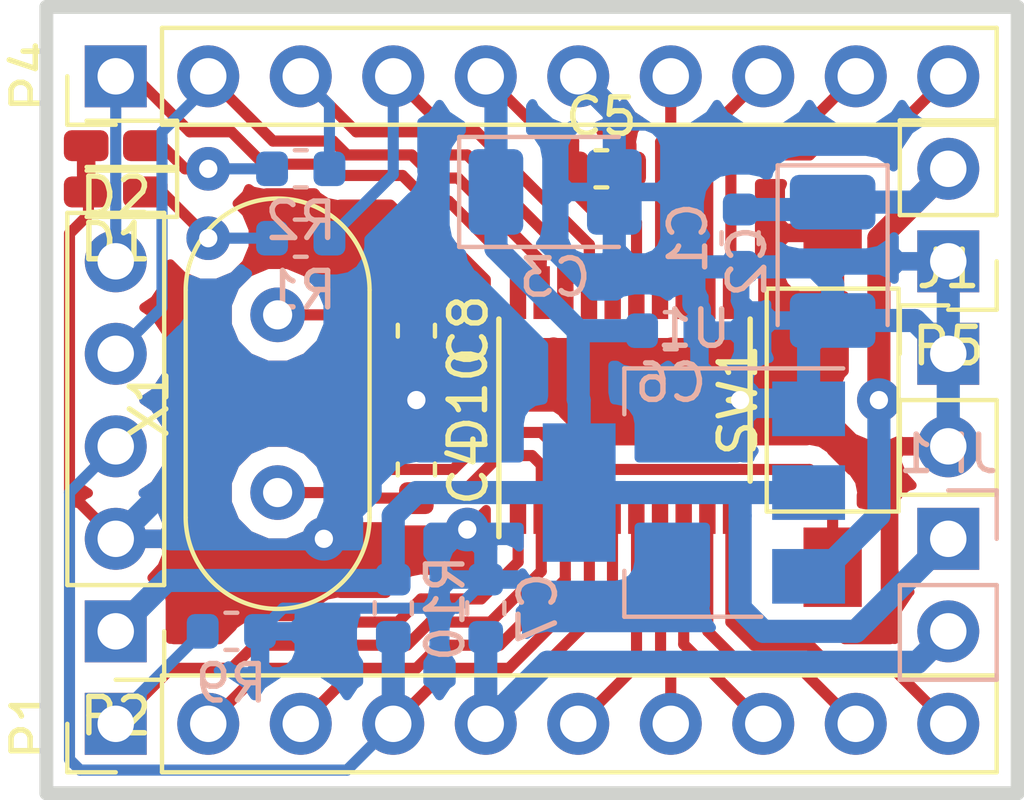
<source format=kicad_pcb>
(kicad_pcb (version 20171130) (host pcbnew 5.0.2+dfsg1-1)

  (general
    (thickness 1.6002)
    (drawings 4)
    (tracks 247)
    (zones 0)
    (modules 24)
    (nets 24)
  )

  (page A4)
  (title_block
    (date "16 may 2014")
  )

  (layers
    (0 Front signal)
    (31 Back signal)
    (32 B.Adhes user)
    (33 F.Adhes user)
    (34 B.Paste user)
    (35 F.Paste user)
    (36 B.SilkS user)
    (37 F.SilkS user)
    (38 B.Mask user)
    (39 F.Mask user)
    (40 Dwgs.User user)
    (41 Cmts.User user)
    (42 Eco1.User user)
    (43 Eco2.User user)
    (44 Edge.Cuts user)
  )

  (setup
    (last_trace_width 0.635)
    (user_trace_width 0.3048)
    (user_trace_width 0.635)
    (user_trace_width 1.27)
    (trace_clearance 0.1524)
    (zone_clearance 0.508)
    (zone_45_only no)
    (trace_min 0.2032)
    (segment_width 0.381)
    (edge_width 0.381)
    (via_size 0.889)
    (via_drill 0.635)
    (via_min_size 0.889)
    (via_min_drill 0.508)
    (user_via 1.19888 0.50038)
    (user_via 1.50114 0.59944)
    (uvia_size 0.508)
    (uvia_drill 0.127)
    (uvias_allowed no)
    (uvia_min_size 0.508)
    (uvia_min_drill 0.127)
    (pcb_text_width 0.3048)
    (pcb_text_size 1.524 2.032)
    (mod_edge_width 0.3048)
    (mod_text_size 1.524 1.524)
    (mod_text_width 0.3048)
    (pad_size 0.7493 1.00076)
    (pad_drill 0)
    (pad_to_mask_clearance 0.254)
    (solder_mask_min_width 0.25)
    (aux_axis_origin 0 0)
    (visible_elements FFFFFF7F)
    (pcbplotparams
      (layerselection 0x00030_ffffffff)
      (usegerberextensions true)
      (usegerberattributes false)
      (usegerberadvancedattributes false)
      (creategerberjobfile false)
      (excludeedgelayer false)
      (linewidth 0.150000)
      (plotframeref false)
      (viasonmask false)
      (mode 1)
      (useauxorigin false)
      (hpglpennumber 1)
      (hpglpenspeed 20)
      (hpglpendiameter 15.000000)
      (psnegative false)
      (psa4output false)
      (plotreference true)
      (plotvalue true)
      (plotinvisibletext false)
      (padsonsilk false)
      (subtractmaskfromsilk false)
      (outputformat 2)
      (mirror true)
      (drillshape 1)
      (scaleselection 1)
      (outputdirectory "../../../pdf/"))
  )

  (net 0 "")
  (net 1 /BOOT0)
  (net 2 /NRST)
  (net 3 /PA0)
  (net 4 /PA1)
  (net 5 /PA10)
  (net 6 /PA13)
  (net 7 /PA14)
  (net 8 /PA2)
  (net 9 /PA3)
  (net 10 /PA4)
  (net 11 /PA5)
  (net 12 /PA6)
  (net 13 /PA7)
  (net 14 /PA9)
  (net 15 /PB1)
  (net 16 /PF0)
  (net 17 /PF1)
  (net 18 /V+5)
  (net 19 /VDD)
  (net 20 /VDDA)
  (net 21 GND)
  (net 22 "Net-(D1-Pad1)")
  (net 23 "Net-(D2-Pad1)")

  (net_class Default "Это класс цепей по умолчанию."
    (clearance 0.1524)
    (trace_width 0.2032)
    (via_dia 0.889)
    (via_drill 0.635)
    (uvia_dia 0.508)
    (uvia_drill 0.127)
    (add_net /BOOT0)
    (add_net /NRST)
    (add_net /PA0)
    (add_net /PA1)
    (add_net /PA10)
    (add_net /PA13)
    (add_net /PA14)
    (add_net /PA2)
    (add_net /PA3)
    (add_net /PA4)
    (add_net /PA5)
    (add_net /PA6)
    (add_net /PA7)
    (add_net /PA9)
    (add_net /PB1)
    (add_net /PF0)
    (add_net /PF1)
    (add_net /V+5)
    (add_net /VDD)
    (add_net /VDDA)
    (add_net GND)
    (add_net "Net-(D1-Pad1)")
    (add_net "Net-(D2-Pad1)")
  )

  (module Crystal:Crystal_HC49-U_Vertical (layer Front) (tedit 5A1AD3B8) (tstamp 5C609620)
    (at 170.815 95.25 90)
    (descr "Crystal THT HC-49/U http://5hertz.com/pdfs/04404_D.pdf")
    (tags "THT crystalHC-49/U")
    (path /533BD028)
    (fp_text reference X1 (at 2.44 -3.525 90) (layer F.SilkS)
      (effects (font (size 1 1) (thickness 0.15)))
    )
    (fp_text value CRYSTAL (at 2.44 3.525 90) (layer F.Fab)
      (effects (font (size 1 1) (thickness 0.15)))
    )
    (fp_text user %R (at 2.44 0 90) (layer F.Fab)
      (effects (font (size 1 1) (thickness 0.15)))
    )
    (fp_line (start -0.685 -2.325) (end 5.565 -2.325) (layer F.Fab) (width 0.1))
    (fp_line (start -0.685 2.325) (end 5.565 2.325) (layer F.Fab) (width 0.1))
    (fp_line (start -0.56 -2) (end 5.44 -2) (layer F.Fab) (width 0.1))
    (fp_line (start -0.56 2) (end 5.44 2) (layer F.Fab) (width 0.1))
    (fp_line (start -0.685 -2.525) (end 5.565 -2.525) (layer F.SilkS) (width 0.12))
    (fp_line (start -0.685 2.525) (end 5.565 2.525) (layer F.SilkS) (width 0.12))
    (fp_line (start -3.5 -2.8) (end -3.5 2.8) (layer F.CrtYd) (width 0.05))
    (fp_line (start -3.5 2.8) (end 8.4 2.8) (layer F.CrtYd) (width 0.05))
    (fp_line (start 8.4 2.8) (end 8.4 -2.8) (layer F.CrtYd) (width 0.05))
    (fp_line (start 8.4 -2.8) (end -3.5 -2.8) (layer F.CrtYd) (width 0.05))
    (fp_arc (start -0.685 0) (end -0.685 -2.325) (angle -180) (layer F.Fab) (width 0.1))
    (fp_arc (start 5.565 0) (end 5.565 -2.325) (angle 180) (layer F.Fab) (width 0.1))
    (fp_arc (start -0.56 0) (end -0.56 -2) (angle -180) (layer F.Fab) (width 0.1))
    (fp_arc (start 5.44 0) (end 5.44 -2) (angle 180) (layer F.Fab) (width 0.1))
    (fp_arc (start -0.685 0) (end -0.685 -2.525) (angle -180) (layer F.SilkS) (width 0.12))
    (fp_arc (start 5.565 0) (end 5.565 -2.525) (angle 180) (layer F.SilkS) (width 0.12))
    (pad 1 thru_hole circle (at 0 0 90) (size 1.5 1.5) (drill 0.8) (layers *.Cu *.Mask)
      (net 16 /PF0))
    (pad 2 thru_hole circle (at 4.88 0 90) (size 1.5 1.5) (drill 0.8) (layers *.Cu *.Mask)
      (net 17 /PF1))
    (model ${KISYS3DMOD}/Crystal.3dshapes/Crystal_HC49-U_Vertical.wrl
      (at (xyz 0 0 0))
      (scale (xyz 1 1 1))
      (rotate (xyz 0 0 0))
    )
  )

  (module Capacitor_SMD:C_0603_1608Metric (layer Back) (tedit 5B301BBE) (tstamp 5C60946B)
    (at 183.515 88.265 270)
    (descr "Capacitor SMD 0603 (1608 Metric), square (rectangular) end terminal, IPC_7351 nominal, (Body size source: http://www.tortai-tech.com/upload/download/2011102023233369053.pdf), generated with kicad-footprint-generator")
    (tags capacitor)
    (path /533BF5F3)
    (attr smd)
    (fp_text reference C1 (at 0 1.43 270) (layer B.SilkS)
      (effects (font (size 1 1) (thickness 0.15)) (justify mirror))
    )
    (fp_text value "0.1 uF" (at 0 -1.43 270) (layer B.Fab)
      (effects (font (size 1 1) (thickness 0.15)) (justify mirror))
    )
    (fp_line (start -0.8 -0.4) (end -0.8 0.4) (layer B.Fab) (width 0.1))
    (fp_line (start -0.8 0.4) (end 0.8 0.4) (layer B.Fab) (width 0.1))
    (fp_line (start 0.8 0.4) (end 0.8 -0.4) (layer B.Fab) (width 0.1))
    (fp_line (start 0.8 -0.4) (end -0.8 -0.4) (layer B.Fab) (width 0.1))
    (fp_line (start -0.162779 0.51) (end 0.162779 0.51) (layer B.SilkS) (width 0.12))
    (fp_line (start -0.162779 -0.51) (end 0.162779 -0.51) (layer B.SilkS) (width 0.12))
    (fp_line (start -1.48 -0.73) (end -1.48 0.73) (layer B.CrtYd) (width 0.05))
    (fp_line (start -1.48 0.73) (end 1.48 0.73) (layer B.CrtYd) (width 0.05))
    (fp_line (start 1.48 0.73) (end 1.48 -0.73) (layer B.CrtYd) (width 0.05))
    (fp_line (start 1.48 -0.73) (end -1.48 -0.73) (layer B.CrtYd) (width 0.05))
    (fp_text user %R (at 0 0 270) (layer B.Fab)
      (effects (font (size 0.4 0.4) (thickness 0.06)) (justify mirror))
    )
    (pad 1 smd roundrect (at -0.7875 0 270) (size 0.875 0.95) (layers Back B.Paste B.Mask) (roundrect_rratio 0.25)
      (net 18 /V+5))
    (pad 2 smd roundrect (at 0.7875 0 270) (size 0.875 0.95) (layers Back B.Paste B.Mask) (roundrect_rratio 0.25)
      (net 21 GND))
    (model ${KISYS3DMOD}/Capacitor_SMD.3dshapes/C_0603_1608Metric.wrl
      (at (xyz 0 0 0))
      (scale (xyz 1 1 1))
      (rotate (xyz 0 0 0))
    )
  )

  (module Capacitor_Tantalum_SMD:CP_EIA-3528-21_Kemet-B_Pad1.50x2.35mm_HandSolder (layer Back) (tedit 5B342532) (tstamp 5C60947B)
    (at 186.055 88.9 270)
    (descr "Tantalum Capacitor SMD Kemet-B (3528-21 Metric), IPC_7351 nominal, (Body size from: http://www.kemet.com/Lists/ProductCatalog/Attachments/253/KEM_TC101_STD.pdf), generated with kicad-footprint-generator")
    (tags "capacitor tantalum")
    (path /533BF610)
    (attr smd)
    (fp_text reference C2 (at 0 2.35 270) (layer B.SilkS)
      (effects (font (size 1 1) (thickness 0.15)) (justify mirror))
    )
    (fp_text value "10 uF x 6.3 V" (at 0 -2.35 270) (layer B.Fab)
      (effects (font (size 1 1) (thickness 0.15)) (justify mirror))
    )
    (fp_line (start 1.75 1.4) (end -1.05 1.4) (layer B.Fab) (width 0.1))
    (fp_line (start -1.05 1.4) (end -1.75 0.7) (layer B.Fab) (width 0.1))
    (fp_line (start -1.75 0.7) (end -1.75 -1.4) (layer B.Fab) (width 0.1))
    (fp_line (start -1.75 -1.4) (end 1.75 -1.4) (layer B.Fab) (width 0.1))
    (fp_line (start 1.75 -1.4) (end 1.75 1.4) (layer B.Fab) (width 0.1))
    (fp_line (start 1.75 1.51) (end -2.635 1.51) (layer B.SilkS) (width 0.12))
    (fp_line (start -2.635 1.51) (end -2.635 -1.51) (layer B.SilkS) (width 0.12))
    (fp_line (start -2.635 -1.51) (end 1.75 -1.51) (layer B.SilkS) (width 0.12))
    (fp_line (start -2.62 -1.65) (end -2.62 1.65) (layer B.CrtYd) (width 0.05))
    (fp_line (start -2.62 1.65) (end 2.62 1.65) (layer B.CrtYd) (width 0.05))
    (fp_line (start 2.62 1.65) (end 2.62 -1.65) (layer B.CrtYd) (width 0.05))
    (fp_line (start 2.62 -1.65) (end -2.62 -1.65) (layer B.CrtYd) (width 0.05))
    (fp_text user %R (at 0 0 270) (layer B.Fab)
      (effects (font (size 0.88 0.88) (thickness 0.13)) (justify mirror))
    )
    (pad 1 smd roundrect (at -1.625 0 270) (size 1.5 2.35) (layers Back B.Paste B.Mask) (roundrect_rratio 0.166667)
      (net 18 /V+5))
    (pad 2 smd roundrect (at 1.625 0 270) (size 1.5 2.35) (layers Back B.Paste B.Mask) (roundrect_rratio 0.166667)
      (net 21 GND))
    (model ${KISYS3DMOD}/Capacitor_Tantalum_SMD.3dshapes/CP_EIA-3528-21_Kemet-B.wrl
      (at (xyz 0 0 0))
      (scale (xyz 1 1 1))
      (rotate (xyz 0 0 0))
    )
  )

  (module Capacitor_Tantalum_SMD:CP_EIA-3528-21_Kemet-B_Pad1.50x2.35mm_HandSolder (layer Back) (tedit 5B342532) (tstamp 5C60948D)
    (at 178.435 86.995)
    (descr "Tantalum Capacitor SMD Kemet-B (3528-21 Metric), IPC_7351 nominal, (Body size from: http://www.kemet.com/Lists/ProductCatalog/Attachments/253/KEM_TC101_STD.pdf), generated with kicad-footprint-generator")
    (tags "capacitor tantalum")
    (path /533BF690)
    (attr smd)
    (fp_text reference C3 (at 0 2.35) (layer B.SilkS)
      (effects (font (size 1 1) (thickness 0.15)) (justify mirror))
    )
    (fp_text value "10 uF x 6.3 V" (at 0 -2.35) (layer B.Fab)
      (effects (font (size 1 1) (thickness 0.15)) (justify mirror))
    )
    (fp_text user %R (at 0 0) (layer B.Fab)
      (effects (font (size 0.88 0.88) (thickness 0.13)) (justify mirror))
    )
    (fp_line (start 2.62 -1.65) (end -2.62 -1.65) (layer B.CrtYd) (width 0.05))
    (fp_line (start 2.62 1.65) (end 2.62 -1.65) (layer B.CrtYd) (width 0.05))
    (fp_line (start -2.62 1.65) (end 2.62 1.65) (layer B.CrtYd) (width 0.05))
    (fp_line (start -2.62 -1.65) (end -2.62 1.65) (layer B.CrtYd) (width 0.05))
    (fp_line (start -2.635 -1.51) (end 1.75 -1.51) (layer B.SilkS) (width 0.12))
    (fp_line (start -2.635 1.51) (end -2.635 -1.51) (layer B.SilkS) (width 0.12))
    (fp_line (start 1.75 1.51) (end -2.635 1.51) (layer B.SilkS) (width 0.12))
    (fp_line (start 1.75 -1.4) (end 1.75 1.4) (layer B.Fab) (width 0.1))
    (fp_line (start -1.75 -1.4) (end 1.75 -1.4) (layer B.Fab) (width 0.1))
    (fp_line (start -1.75 0.7) (end -1.75 -1.4) (layer B.Fab) (width 0.1))
    (fp_line (start -1.05 1.4) (end -1.75 0.7) (layer B.Fab) (width 0.1))
    (fp_line (start 1.75 1.4) (end -1.05 1.4) (layer B.Fab) (width 0.1))
    (pad 2 smd roundrect (at 1.625 0) (size 1.5 2.35) (layers Back B.Paste B.Mask) (roundrect_rratio 0.166667)
      (net 21 GND))
    (pad 1 smd roundrect (at -1.625 0) (size 1.5 2.35) (layers Back B.Paste B.Mask) (roundrect_rratio 0.166667)
      (net 19 /VDD))
    (model ${KISYS3DMOD}/Capacitor_Tantalum_SMD.3dshapes/CP_EIA-3528-21_Kemet-B.wrl
      (at (xyz 0 0 0))
      (scale (xyz 1 1 1))
      (rotate (xyz 0 0 0))
    )
  )

  (module Capacitor_SMD:C_0603_1608Metric (layer Front) (tedit 5B301BBE) (tstamp 5C60949F)
    (at 174.625 94.615 270)
    (descr "Capacitor SMD 0603 (1608 Metric), square (rectangular) end terminal, IPC_7351 nominal, (Body size source: http://www.tortai-tech.com/upload/download/2011102023233369053.pdf), generated with kicad-footprint-generator")
    (tags capacitor)
    (path /533BD086)
    (attr smd)
    (fp_text reference C4 (at 0 -1.43 270) (layer F.SilkS)
      (effects (font (size 1 1) (thickness 0.15)))
    )
    (fp_text value C (at 0 1.43 270) (layer F.Fab)
      (effects (font (size 1 1) (thickness 0.15)))
    )
    (fp_line (start -0.8 0.4) (end -0.8 -0.4) (layer F.Fab) (width 0.1))
    (fp_line (start -0.8 -0.4) (end 0.8 -0.4) (layer F.Fab) (width 0.1))
    (fp_line (start 0.8 -0.4) (end 0.8 0.4) (layer F.Fab) (width 0.1))
    (fp_line (start 0.8 0.4) (end -0.8 0.4) (layer F.Fab) (width 0.1))
    (fp_line (start -0.162779 -0.51) (end 0.162779 -0.51) (layer F.SilkS) (width 0.12))
    (fp_line (start -0.162779 0.51) (end 0.162779 0.51) (layer F.SilkS) (width 0.12))
    (fp_line (start -1.48 0.73) (end -1.48 -0.73) (layer F.CrtYd) (width 0.05))
    (fp_line (start -1.48 -0.73) (end 1.48 -0.73) (layer F.CrtYd) (width 0.05))
    (fp_line (start 1.48 -0.73) (end 1.48 0.73) (layer F.CrtYd) (width 0.05))
    (fp_line (start 1.48 0.73) (end -1.48 0.73) (layer F.CrtYd) (width 0.05))
    (fp_text user %R (at 0 0 270) (layer F.Fab)
      (effects (font (size 0.4 0.4) (thickness 0.06)))
    )
    (pad 1 smd roundrect (at -0.7875 0 270) (size 0.875 0.95) (layers Front F.Paste F.Mask) (roundrect_rratio 0.25)
      (net 21 GND))
    (pad 2 smd roundrect (at 0.7875 0 270) (size 0.875 0.95) (layers Front F.Paste F.Mask) (roundrect_rratio 0.25)
      (net 16 /PF0))
    (model ${KISYS3DMOD}/Capacitor_SMD.3dshapes/C_0603_1608Metric.wrl
      (at (xyz 0 0 0))
      (scale (xyz 1 1 1))
      (rotate (xyz 0 0 0))
    )
  )

  (module Capacitor_SMD:C_0603_1608Metric (layer Front) (tedit 5B301BBE) (tstamp 5C6094AF)
    (at 179.705 86.36)
    (descr "Capacitor SMD 0603 (1608 Metric), square (rectangular) end terminal, IPC_7351 nominal, (Body size source: http://www.tortai-tech.com/upload/download/2011102023233369053.pdf), generated with kicad-footprint-generator")
    (tags capacitor)
    (path /533BF6B1)
    (attr smd)
    (fp_text reference C5 (at 0 -1.43) (layer F.SilkS)
      (effects (font (size 1 1) (thickness 0.15)))
    )
    (fp_text value "0.1 uF" (at 0 1.43) (layer F.Fab)
      (effects (font (size 1 1) (thickness 0.15)))
    )
    (fp_text user %R (at 0 0) (layer F.Fab)
      (effects (font (size 0.4 0.4) (thickness 0.06)))
    )
    (fp_line (start 1.48 0.73) (end -1.48 0.73) (layer F.CrtYd) (width 0.05))
    (fp_line (start 1.48 -0.73) (end 1.48 0.73) (layer F.CrtYd) (width 0.05))
    (fp_line (start -1.48 -0.73) (end 1.48 -0.73) (layer F.CrtYd) (width 0.05))
    (fp_line (start -1.48 0.73) (end -1.48 -0.73) (layer F.CrtYd) (width 0.05))
    (fp_line (start -0.162779 0.51) (end 0.162779 0.51) (layer F.SilkS) (width 0.12))
    (fp_line (start -0.162779 -0.51) (end 0.162779 -0.51) (layer F.SilkS) (width 0.12))
    (fp_line (start 0.8 0.4) (end -0.8 0.4) (layer F.Fab) (width 0.1))
    (fp_line (start 0.8 -0.4) (end 0.8 0.4) (layer F.Fab) (width 0.1))
    (fp_line (start -0.8 -0.4) (end 0.8 -0.4) (layer F.Fab) (width 0.1))
    (fp_line (start -0.8 0.4) (end -0.8 -0.4) (layer F.Fab) (width 0.1))
    (pad 2 smd roundrect (at 0.7875 0) (size 0.875 0.95) (layers Front F.Paste F.Mask) (roundrect_rratio 0.25)
      (net 21 GND))
    (pad 1 smd roundrect (at -0.7875 0) (size 0.875 0.95) (layers Front F.Paste F.Mask) (roundrect_rratio 0.25)
      (net 19 /VDD))
    (model ${KISYS3DMOD}/Capacitor_SMD.3dshapes/C_0603_1608Metric.wrl
      (at (xyz 0 0 0))
      (scale (xyz 1 1 1))
      (rotate (xyz 0 0 0))
    )
  )

  (module Capacitor_SMD:C_0603_1608Metric (layer Back) (tedit 5B301BBE) (tstamp 5C6094BF)
    (at 181.61 90.805)
    (descr "Capacitor SMD 0603 (1608 Metric), square (rectangular) end terminal, IPC_7351 nominal, (Body size source: http://www.tortai-tech.com/upload/download/2011102023233369053.pdf), generated with kicad-footprint-generator")
    (tags capacitor)
    (path /533BF6B9)
    (attr smd)
    (fp_text reference C6 (at 0 1.43) (layer B.SilkS)
      (effects (font (size 1 1) (thickness 0.15)) (justify mirror))
    )
    (fp_text value "0.1 uF" (at 0 -1.43) (layer B.Fab)
      (effects (font (size 1 1) (thickness 0.15)) (justify mirror))
    )
    (fp_line (start -0.8 -0.4) (end -0.8 0.4) (layer B.Fab) (width 0.1))
    (fp_line (start -0.8 0.4) (end 0.8 0.4) (layer B.Fab) (width 0.1))
    (fp_line (start 0.8 0.4) (end 0.8 -0.4) (layer B.Fab) (width 0.1))
    (fp_line (start 0.8 -0.4) (end -0.8 -0.4) (layer B.Fab) (width 0.1))
    (fp_line (start -0.162779 0.51) (end 0.162779 0.51) (layer B.SilkS) (width 0.12))
    (fp_line (start -0.162779 -0.51) (end 0.162779 -0.51) (layer B.SilkS) (width 0.12))
    (fp_line (start -1.48 -0.73) (end -1.48 0.73) (layer B.CrtYd) (width 0.05))
    (fp_line (start -1.48 0.73) (end 1.48 0.73) (layer B.CrtYd) (width 0.05))
    (fp_line (start 1.48 0.73) (end 1.48 -0.73) (layer B.CrtYd) (width 0.05))
    (fp_line (start 1.48 -0.73) (end -1.48 -0.73) (layer B.CrtYd) (width 0.05))
    (fp_text user %R (at 0 0) (layer B.Fab)
      (effects (font (size 0.4 0.4) (thickness 0.06)) (justify mirror))
    )
    (pad 1 smd roundrect (at -0.7875 0) (size 0.875 0.95) (layers Back B.Paste B.Mask) (roundrect_rratio 0.25)
      (net 19 /VDD))
    (pad 2 smd roundrect (at 0.7875 0) (size 0.875 0.95) (layers Back B.Paste B.Mask) (roundrect_rratio 0.25)
      (net 21 GND))
    (model ${KISYS3DMOD}/Capacitor_SMD.3dshapes/C_0603_1608Metric.wrl
      (at (xyz 0 0 0))
      (scale (xyz 1 1 1))
      (rotate (xyz 0 0 0))
    )
  )

  (module Capacitor_SMD:C_0603_1608Metric (layer Back) (tedit 5B301BBE) (tstamp 5C60998B)
    (at 176.53 98.425 90)
    (descr "Capacitor SMD 0603 (1608 Metric), square (rectangular) end terminal, IPC_7351 nominal, (Body size source: http://www.tortai-tech.com/upload/download/2011102023233369053.pdf), generated with kicad-footprint-generator")
    (tags capacitor)
    (path /533BF733)
    (attr smd)
    (fp_text reference C7 (at 0 1.43 90) (layer B.SilkS)
      (effects (font (size 1 1) (thickness 0.15)) (justify mirror))
    )
    (fp_text value "0.1 uF" (at 0 -1.43 90) (layer B.Fab)
      (effects (font (size 1 1) (thickness 0.15)) (justify mirror))
    )
    (fp_text user %R (at 0 0 90) (layer B.Fab)
      (effects (font (size 0.4 0.4) (thickness 0.06)) (justify mirror))
    )
    (fp_line (start 1.48 -0.73) (end -1.48 -0.73) (layer B.CrtYd) (width 0.05))
    (fp_line (start 1.48 0.73) (end 1.48 -0.73) (layer B.CrtYd) (width 0.05))
    (fp_line (start -1.48 0.73) (end 1.48 0.73) (layer B.CrtYd) (width 0.05))
    (fp_line (start -1.48 -0.73) (end -1.48 0.73) (layer B.CrtYd) (width 0.05))
    (fp_line (start -0.162779 -0.51) (end 0.162779 -0.51) (layer B.SilkS) (width 0.12))
    (fp_line (start -0.162779 0.51) (end 0.162779 0.51) (layer B.SilkS) (width 0.12))
    (fp_line (start 0.8 -0.4) (end -0.8 -0.4) (layer B.Fab) (width 0.1))
    (fp_line (start 0.8 0.4) (end 0.8 -0.4) (layer B.Fab) (width 0.1))
    (fp_line (start -0.8 0.4) (end 0.8 0.4) (layer B.Fab) (width 0.1))
    (fp_line (start -0.8 -0.4) (end -0.8 0.4) (layer B.Fab) (width 0.1))
    (pad 2 smd roundrect (at 0.7875 0 90) (size 0.875 0.95) (layers Back B.Paste B.Mask) (roundrect_rratio 0.25)
      (net 21 GND))
    (pad 1 smd roundrect (at -0.7875 0 90) (size 0.875 0.95) (layers Back B.Paste B.Mask) (roundrect_rratio 0.25)
      (net 20 /VDDA))
    (model ${KISYS3DMOD}/Capacitor_SMD.3dshapes/C_0603_1608Metric.wrl
      (at (xyz 0 0 0))
      (scale (xyz 1 1 1))
      (rotate (xyz 0 0 0))
    )
  )

  (module Capacitor_SMD:C_0603_1608Metric (layer Front) (tedit 5B301BBE) (tstamp 5C6094DF)
    (at 174.625 90.805 270)
    (descr "Capacitor SMD 0603 (1608 Metric), square (rectangular) end terminal, IPC_7351 nominal, (Body size source: http://www.tortai-tech.com/upload/download/2011102023233369053.pdf), generated with kicad-footprint-generator")
    (tags capacitor)
    (path /533BD095)
    (attr smd)
    (fp_text reference C8 (at 0 -1.43 270) (layer F.SilkS)
      (effects (font (size 1 1) (thickness 0.15)))
    )
    (fp_text value C (at 0 1.43 270) (layer F.Fab)
      (effects (font (size 1 1) (thickness 0.15)))
    )
    (fp_text user %R (at 0 0 270) (layer F.Fab)
      (effects (font (size 0.4 0.4) (thickness 0.06)))
    )
    (fp_line (start 1.48 0.73) (end -1.48 0.73) (layer F.CrtYd) (width 0.05))
    (fp_line (start 1.48 -0.73) (end 1.48 0.73) (layer F.CrtYd) (width 0.05))
    (fp_line (start -1.48 -0.73) (end 1.48 -0.73) (layer F.CrtYd) (width 0.05))
    (fp_line (start -1.48 0.73) (end -1.48 -0.73) (layer F.CrtYd) (width 0.05))
    (fp_line (start -0.162779 0.51) (end 0.162779 0.51) (layer F.SilkS) (width 0.12))
    (fp_line (start -0.162779 -0.51) (end 0.162779 -0.51) (layer F.SilkS) (width 0.12))
    (fp_line (start 0.8 0.4) (end -0.8 0.4) (layer F.Fab) (width 0.1))
    (fp_line (start 0.8 -0.4) (end 0.8 0.4) (layer F.Fab) (width 0.1))
    (fp_line (start -0.8 -0.4) (end 0.8 -0.4) (layer F.Fab) (width 0.1))
    (fp_line (start -0.8 0.4) (end -0.8 -0.4) (layer F.Fab) (width 0.1))
    (pad 2 smd roundrect (at 0.7875 0 270) (size 0.875 0.95) (layers Front F.Paste F.Mask) (roundrect_rratio 0.25)
      (net 21 GND))
    (pad 1 smd roundrect (at -0.7875 0 270) (size 0.875 0.95) (layers Front F.Paste F.Mask) (roundrect_rratio 0.25)
      (net 17 /PF1))
    (model ${KISYS3DMOD}/Capacitor_SMD.3dshapes/C_0603_1608Metric.wrl
      (at (xyz 0 0 0))
      (scale (xyz 1 1 1))
      (rotate (xyz 0 0 0))
    )
  )

  (module Package_SO:TSSOP-20_4.4x6.5mm_P0.65mm (layer Front) (tedit 5A02F25C) (tstamp 5C609515)
    (at 180.34 92.71 90)
    (descr "20-Lead Plastic Thin Shrink Small Outline (ST)-4.4 mm Body [TSSOP] (see Microchip Packaging Specification 00000049BS.pdf)")
    (tags "SSOP 0.65")
    (path /533BC634)
    (attr smd)
    (fp_text reference D10 (at 0 -4.3 90) (layer F.SilkS)
      (effects (font (size 1 1) (thickness 0.15)))
    )
    (fp_text value STM32F050-TSSOP20 (at 0 4.3 90) (layer F.Fab)
      (effects (font (size 1 1) (thickness 0.15)))
    )
    (fp_line (start -1.2 -3.25) (end 2.2 -3.25) (layer F.Fab) (width 0.15))
    (fp_line (start 2.2 -3.25) (end 2.2 3.25) (layer F.Fab) (width 0.15))
    (fp_line (start 2.2 3.25) (end -2.2 3.25) (layer F.Fab) (width 0.15))
    (fp_line (start -2.2 3.25) (end -2.2 -2.25) (layer F.Fab) (width 0.15))
    (fp_line (start -2.2 -2.25) (end -1.2 -3.25) (layer F.Fab) (width 0.15))
    (fp_line (start -3.95 -3.55) (end -3.95 3.55) (layer F.CrtYd) (width 0.05))
    (fp_line (start 3.95 -3.55) (end 3.95 3.55) (layer F.CrtYd) (width 0.05))
    (fp_line (start -3.95 -3.55) (end 3.95 -3.55) (layer F.CrtYd) (width 0.05))
    (fp_line (start -3.95 3.55) (end 3.95 3.55) (layer F.CrtYd) (width 0.05))
    (fp_line (start -2.225 3.45) (end 2.225 3.45) (layer F.SilkS) (width 0.15))
    (fp_line (start -3.75 -3.45) (end 2.225 -3.45) (layer F.SilkS) (width 0.15))
    (fp_text user %R (at 0 0 90) (layer F.Fab)
      (effects (font (size 0.8 0.8) (thickness 0.15)))
    )
    (pad 1 smd rect (at -2.95 -2.925 90) (size 1.45 0.45) (layers Front F.Paste F.Mask)
      (net 1 /BOOT0))
    (pad 2 smd rect (at -2.95 -2.275 90) (size 1.45 0.45) (layers Front F.Paste F.Mask)
      (net 16 /PF0))
    (pad 3 smd rect (at -2.95 -1.625 90) (size 1.45 0.45) (layers Front F.Paste F.Mask)
      (net 17 /PF1))
    (pad 4 smd rect (at -2.95 -0.975 90) (size 1.45 0.45) (layers Front F.Paste F.Mask)
      (net 2 /NRST))
    (pad 5 smd rect (at -2.95 -0.325 90) (size 1.45 0.45) (layers Front F.Paste F.Mask)
      (net 20 /VDDA))
    (pad 6 smd rect (at -2.95 0.325 90) (size 1.45 0.45) (layers Front F.Paste F.Mask)
      (net 3 /PA0))
    (pad 7 smd rect (at -2.95 0.975 90) (size 1.45 0.45) (layers Front F.Paste F.Mask)
      (net 4 /PA1))
    (pad 8 smd rect (at -2.95 1.625 90) (size 1.45 0.45) (layers Front F.Paste F.Mask)
      (net 8 /PA2))
    (pad 9 smd rect (at -2.95 2.275 90) (size 1.45 0.45) (layers Front F.Paste F.Mask)
      (net 9 /PA3))
    (pad 10 smd rect (at -2.95 2.925 90) (size 1.45 0.45) (layers Front F.Paste F.Mask)
      (net 10 /PA4))
    (pad 11 smd rect (at 2.95 2.925 90) (size 1.45 0.45) (layers Front F.Paste F.Mask)
      (net 11 /PA5))
    (pad 12 smd rect (at 2.95 2.275 90) (size 1.45 0.45) (layers Front F.Paste F.Mask)
      (net 12 /PA6))
    (pad 13 smd rect (at 2.95 1.625 90) (size 1.45 0.45) (layers Front F.Paste F.Mask)
      (net 13 /PA7))
    (pad 14 smd rect (at 2.95 0.975 90) (size 1.45 0.45) (layers Front F.Paste F.Mask)
      (net 15 /PB1))
    (pad 15 smd rect (at 2.95 0.325 90) (size 1.45 0.45) (layers Front F.Paste F.Mask)
      (net 21 GND))
    (pad 16 smd rect (at 2.95 -0.325 90) (size 1.45 0.45) (layers Front F.Paste F.Mask)
      (net 19 /VDD))
    (pad 17 smd rect (at 2.95 -0.975 90) (size 1.45 0.45) (layers Front F.Paste F.Mask)
      (net 14 /PA9))
    (pad 18 smd rect (at 2.95 -1.625 90) (size 1.45 0.45) (layers Front F.Paste F.Mask)
      (net 5 /PA10))
    (pad 19 smd rect (at 2.95 -2.275 90) (size 1.45 0.45) (layers Front F.Paste F.Mask)
      (net 6 /PA13))
    (pad 20 smd rect (at 2.95 -2.925 90) (size 1.45 0.45) (layers Front F.Paste F.Mask)
      (net 7 /PA14))
    (model ${KISYS3DMOD}/Package_SO.3dshapes/TSSOP-20_4.4x6.5mm_P0.65mm.wrl
      (at (xyz 0 0 0))
      (scale (xyz 1 1 1))
      (rotate (xyz 0 0 0))
    )
  )

  (module Connector_PinHeader_2.54mm:PinHeader_1x02_P2.54mm_Vertical (layer Front) (tedit 59FED5CC) (tstamp 5C60969F)
    (at 189.23 91.44)
    (descr "Through hole straight pin header, 1x02, 2.54mm pitch, single row")
    (tags "Through hole pin header THT 1x02 2.54mm single row")
    (path /5C55A2EF)
    (fp_text reference J1 (at 0 -2.33) (layer F.SilkS)
      (effects (font (size 1 1) (thickness 0.15)))
    )
    (fp_text value Conn_01x02 (at 0 4.87) (layer F.Fab)
      (effects (font (size 1 1) (thickness 0.15)))
    )
    (fp_line (start -0.635 -1.27) (end 1.27 -1.27) (layer F.Fab) (width 0.1))
    (fp_line (start 1.27 -1.27) (end 1.27 3.81) (layer F.Fab) (width 0.1))
    (fp_line (start 1.27 3.81) (end -1.27 3.81) (layer F.Fab) (width 0.1))
    (fp_line (start -1.27 3.81) (end -1.27 -0.635) (layer F.Fab) (width 0.1))
    (fp_line (start -1.27 -0.635) (end -0.635 -1.27) (layer F.Fab) (width 0.1))
    (fp_line (start -1.33 3.87) (end 1.33 3.87) (layer F.SilkS) (width 0.12))
    (fp_line (start -1.33 1.27) (end -1.33 3.87) (layer F.SilkS) (width 0.12))
    (fp_line (start 1.33 1.27) (end 1.33 3.87) (layer F.SilkS) (width 0.12))
    (fp_line (start -1.33 1.27) (end 1.33 1.27) (layer F.SilkS) (width 0.12))
    (fp_line (start -1.33 0) (end -1.33 -1.33) (layer F.SilkS) (width 0.12))
    (fp_line (start -1.33 -1.33) (end 0 -1.33) (layer F.SilkS) (width 0.12))
    (fp_line (start -1.8 -1.8) (end -1.8 4.35) (layer F.CrtYd) (width 0.05))
    (fp_line (start -1.8 4.35) (end 1.8 4.35) (layer F.CrtYd) (width 0.05))
    (fp_line (start 1.8 4.35) (end 1.8 -1.8) (layer F.CrtYd) (width 0.05))
    (fp_line (start 1.8 -1.8) (end -1.8 -1.8) (layer F.CrtYd) (width 0.05))
    (fp_text user %R (at 0 1.27 90) (layer F.Fab)
      (effects (font (size 1 1) (thickness 0.15)))
    )
    (pad 1 thru_hole rect (at 0 0) (size 1.7 1.7) (drill 1) (layers *.Cu *.Mask)
      (net 21 GND))
    (pad 2 thru_hole oval (at 0 2.54) (size 1.7 1.7) (drill 1) (layers *.Cu *.Mask)
      (net 21 GND))
    (model ${KISYS3DMOD}/Connector_PinHeader_2.54mm.3dshapes/PinHeader_1x02_P2.54mm_Vertical.wrl
      (at (xyz 0 0 0))
      (scale (xyz 1 1 1))
      (rotate (xyz 0 0 0))
    )
  )

  (module Connector_PinHeader_2.54mm:PinHeader_1x02_P2.54mm_Vertical (layer Back) (tedit 59FED5CC) (tstamp 5C60954E)
    (at 189.23 96.52 180)
    (descr "Through hole straight pin header, 1x02, 2.54mm pitch, single row")
    (tags "Through hole pin header THT 1x02 2.54mm single row")
    (path /533BD649)
    (fp_text reference JP1 (at 0 2.33 180) (layer B.SilkS)
      (effects (font (size 1 1) (thickness 0.15)) (justify mirror))
    )
    (fp_text value BREAKER (at 0 -4.87 180) (layer B.Fab)
      (effects (font (size 1 1) (thickness 0.15)) (justify mirror))
    )
    (fp_text user %R (at 0 -1.27 90) (layer B.Fab)
      (effects (font (size 1 1) (thickness 0.15)) (justify mirror))
    )
    (fp_line (start 1.8 1.8) (end -1.8 1.8) (layer B.CrtYd) (width 0.05))
    (fp_line (start 1.8 -4.35) (end 1.8 1.8) (layer B.CrtYd) (width 0.05))
    (fp_line (start -1.8 -4.35) (end 1.8 -4.35) (layer B.CrtYd) (width 0.05))
    (fp_line (start -1.8 1.8) (end -1.8 -4.35) (layer B.CrtYd) (width 0.05))
    (fp_line (start -1.33 1.33) (end 0 1.33) (layer B.SilkS) (width 0.12))
    (fp_line (start -1.33 0) (end -1.33 1.33) (layer B.SilkS) (width 0.12))
    (fp_line (start -1.33 -1.27) (end 1.33 -1.27) (layer B.SilkS) (width 0.12))
    (fp_line (start 1.33 -1.27) (end 1.33 -3.87) (layer B.SilkS) (width 0.12))
    (fp_line (start -1.33 -1.27) (end -1.33 -3.87) (layer B.SilkS) (width 0.12))
    (fp_line (start -1.33 -3.87) (end 1.33 -3.87) (layer B.SilkS) (width 0.12))
    (fp_line (start -1.27 0.635) (end -0.635 1.27) (layer B.Fab) (width 0.1))
    (fp_line (start -1.27 -3.81) (end -1.27 0.635) (layer B.Fab) (width 0.1))
    (fp_line (start 1.27 -3.81) (end -1.27 -3.81) (layer B.Fab) (width 0.1))
    (fp_line (start 1.27 1.27) (end 1.27 -3.81) (layer B.Fab) (width 0.1))
    (fp_line (start -0.635 1.27) (end 1.27 1.27) (layer B.Fab) (width 0.1))
    (pad 2 thru_hole oval (at 0 -2.54 180) (size 1.7 1.7) (drill 1) (layers *.Cu *.Mask)
      (net 20 /VDDA))
    (pad 1 thru_hole rect (at 0 0 180) (size 1.7 1.7) (drill 1) (layers *.Cu *.Mask)
      (net 19 /VDD))
    (model ${KISYS3DMOD}/Connector_PinHeader_2.54mm.3dshapes/PinHeader_1x02_P2.54mm_Vertical.wrl
      (at (xyz 0 0 0))
      (scale (xyz 1 1 1))
      (rotate (xyz 0 0 0))
    )
  )

  (module Connector_PinHeader_2.54mm:PinHeader_1x10_P2.54mm_Vertical (layer Front) (tedit 59FED5CC) (tstamp 5C609563)
    (at 166.37 101.6 90)
    (descr "Through hole straight pin header, 1x10, 2.54mm pitch, single row")
    (tags "Through hole pin header THT 1x10 2.54mm single row")
    (path /533BCA41)
    (fp_text reference P1 (at 0 -2.33 90) (layer F.SilkS)
      (effects (font (size 1 1) (thickness 0.15)))
    )
    (fp_text value CONN_10 (at 0 25.19 90) (layer F.Fab)
      (effects (font (size 1 1) (thickness 0.15)))
    )
    (fp_line (start -0.635 -1.27) (end 1.27 -1.27) (layer F.Fab) (width 0.1))
    (fp_line (start 1.27 -1.27) (end 1.27 24.13) (layer F.Fab) (width 0.1))
    (fp_line (start 1.27 24.13) (end -1.27 24.13) (layer F.Fab) (width 0.1))
    (fp_line (start -1.27 24.13) (end -1.27 -0.635) (layer F.Fab) (width 0.1))
    (fp_line (start -1.27 -0.635) (end -0.635 -1.27) (layer F.Fab) (width 0.1))
    (fp_line (start -1.33 24.19) (end 1.33 24.19) (layer F.SilkS) (width 0.12))
    (fp_line (start -1.33 1.27) (end -1.33 24.19) (layer F.SilkS) (width 0.12))
    (fp_line (start 1.33 1.27) (end 1.33 24.19) (layer F.SilkS) (width 0.12))
    (fp_line (start -1.33 1.27) (end 1.33 1.27) (layer F.SilkS) (width 0.12))
    (fp_line (start -1.33 0) (end -1.33 -1.33) (layer F.SilkS) (width 0.12))
    (fp_line (start -1.33 -1.33) (end 0 -1.33) (layer F.SilkS) (width 0.12))
    (fp_line (start -1.8 -1.8) (end -1.8 24.65) (layer F.CrtYd) (width 0.05))
    (fp_line (start -1.8 24.65) (end 1.8 24.65) (layer F.CrtYd) (width 0.05))
    (fp_line (start 1.8 24.65) (end 1.8 -1.8) (layer F.CrtYd) (width 0.05))
    (fp_line (start 1.8 -1.8) (end -1.8 -1.8) (layer F.CrtYd) (width 0.05))
    (fp_text user %R (at 0 11.43 180) (layer F.Fab)
      (effects (font (size 1 1) (thickness 0.15)))
    )
    (pad 1 thru_hole rect (at 0 0 90) (size 1.7 1.7) (drill 1) (layers *.Cu *.Mask)
      (net 1 /BOOT0))
    (pad 2 thru_hole oval (at 0 2.54 90) (size 1.7 1.7) (drill 1) (layers *.Cu *.Mask)
      (net 16 /PF0))
    (pad 3 thru_hole oval (at 0 5.08 90) (size 1.7 1.7) (drill 1) (layers *.Cu *.Mask)
      (net 17 /PF1))
    (pad 4 thru_hole oval (at 0 7.62 90) (size 1.7 1.7) (drill 1) (layers *.Cu *.Mask)
      (net 2 /NRST))
    (pad 5 thru_hole oval (at 0 10.16 90) (size 1.7 1.7) (drill 1) (layers *.Cu *.Mask)
      (net 20 /VDDA))
    (pad 6 thru_hole oval (at 0 12.7 90) (size 1.7 1.7) (drill 1) (layers *.Cu *.Mask)
      (net 3 /PA0))
    (pad 7 thru_hole oval (at 0 15.24 90) (size 1.7 1.7) (drill 1) (layers *.Cu *.Mask)
      (net 4 /PA1))
    (pad 8 thru_hole oval (at 0 17.78 90) (size 1.7 1.7) (drill 1) (layers *.Cu *.Mask)
      (net 8 /PA2))
    (pad 9 thru_hole oval (at 0 20.32 90) (size 1.7 1.7) (drill 1) (layers *.Cu *.Mask)
      (net 9 /PA3))
    (pad 10 thru_hole oval (at 0 22.86 90) (size 1.7 1.7) (drill 1) (layers *.Cu *.Mask)
      (net 10 /PA4))
    (model ${KISYS3DMOD}/Connector_PinHeader_2.54mm.3dshapes/PinHeader_1x10_P2.54mm_Vertical.wrl
      (at (xyz 0 0 0))
      (scale (xyz 1 1 1))
      (rotate (xyz 0 0 0))
    )
  )

  (module Connector_PinHeader_2.54mm:PinHeader_1x05_P2.54mm_Vertical (layer Front) (tedit 59FED5CC) (tstamp 5C609580)
    (at 166.37 99.06 180)
    (descr "Through hole straight pin header, 1x05, 2.54mm pitch, single row")
    (tags "Through hole pin header THT 1x05 2.54mm single row")
    (path /5375AD4A)
    (fp_text reference P2 (at 0 -2.33 180) (layer F.SilkS)
      (effects (font (size 1 1) (thickness 0.15)))
    )
    (fp_text value CONN_5 (at 0 12.49 180) (layer F.Fab)
      (effects (font (size 1 1) (thickness 0.15)))
    )
    (fp_line (start -0.635 -1.27) (end 1.27 -1.27) (layer F.Fab) (width 0.1))
    (fp_line (start 1.27 -1.27) (end 1.27 11.43) (layer F.Fab) (width 0.1))
    (fp_line (start 1.27 11.43) (end -1.27 11.43) (layer F.Fab) (width 0.1))
    (fp_line (start -1.27 11.43) (end -1.27 -0.635) (layer F.Fab) (width 0.1))
    (fp_line (start -1.27 -0.635) (end -0.635 -1.27) (layer F.Fab) (width 0.1))
    (fp_line (start -1.33 11.49) (end 1.33 11.49) (layer F.SilkS) (width 0.12))
    (fp_line (start -1.33 1.27) (end -1.33 11.49) (layer F.SilkS) (width 0.12))
    (fp_line (start 1.33 1.27) (end 1.33 11.49) (layer F.SilkS) (width 0.12))
    (fp_line (start -1.33 1.27) (end 1.33 1.27) (layer F.SilkS) (width 0.12))
    (fp_line (start -1.33 0) (end -1.33 -1.33) (layer F.SilkS) (width 0.12))
    (fp_line (start -1.33 -1.33) (end 0 -1.33) (layer F.SilkS) (width 0.12))
    (fp_line (start -1.8 -1.8) (end -1.8 11.95) (layer F.CrtYd) (width 0.05))
    (fp_line (start -1.8 11.95) (end 1.8 11.95) (layer F.CrtYd) (width 0.05))
    (fp_line (start 1.8 11.95) (end 1.8 -1.8) (layer F.CrtYd) (width 0.05))
    (fp_line (start 1.8 -1.8) (end -1.8 -1.8) (layer F.CrtYd) (width 0.05))
    (fp_text user %R (at 0 5.08 270) (layer F.Fab)
      (effects (font (size 1 1) (thickness 0.15)))
    )
    (pad 1 thru_hole rect (at 0 0 180) (size 1.7 1.7) (drill 1) (layers *.Cu *.Mask)
      (net 19 /VDD))
    (pad 2 thru_hole oval (at 0 2.54 180) (size 1.7 1.7) (drill 1) (layers *.Cu *.Mask)
      (net 21 GND))
    (pad 3 thru_hole oval (at 0 5.08 180) (size 1.7 1.7) (drill 1) (layers *.Cu *.Mask)
      (net 2 /NRST))
    (pad 4 thru_hole oval (at 0 7.62 180) (size 1.7 1.7) (drill 1) (layers *.Cu *.Mask)
      (net 6 /PA13))
    (pad 5 thru_hole oval (at 0 10.16 180) (size 1.7 1.7) (drill 1) (layers *.Cu *.Mask)
      (net 7 /PA14))
    (model ${KISYS3DMOD}/Connector_PinHeader_2.54mm.3dshapes/PinHeader_1x05_P2.54mm_Vertical.wrl
      (at (xyz 0 0 0))
      (scale (xyz 1 1 1))
      (rotate (xyz 0 0 0))
    )
  )

  (module Connector_PinHeader_2.54mm:PinHeader_1x10_P2.54mm_Vertical (layer Front) (tedit 59FED5CC) (tstamp 5C609598)
    (at 166.37 83.82 90)
    (descr "Through hole straight pin header, 1x10, 2.54mm pitch, single row")
    (tags "Through hole pin header THT 1x10 2.54mm single row")
    (path /533BCA72)
    (fp_text reference P4 (at 0 -2.33 90) (layer F.SilkS)
      (effects (font (size 1 1) (thickness 0.15)))
    )
    (fp_text value CONN_10 (at 0 25.19 90) (layer F.Fab)
      (effects (font (size 1 1) (thickness 0.15)))
    )
    (fp_text user %R (at 0 11.43 180) (layer F.Fab)
      (effects (font (size 1 1) (thickness 0.15)))
    )
    (fp_line (start 1.8 -1.8) (end -1.8 -1.8) (layer F.CrtYd) (width 0.05))
    (fp_line (start 1.8 24.65) (end 1.8 -1.8) (layer F.CrtYd) (width 0.05))
    (fp_line (start -1.8 24.65) (end 1.8 24.65) (layer F.CrtYd) (width 0.05))
    (fp_line (start -1.8 -1.8) (end -1.8 24.65) (layer F.CrtYd) (width 0.05))
    (fp_line (start -1.33 -1.33) (end 0 -1.33) (layer F.SilkS) (width 0.12))
    (fp_line (start -1.33 0) (end -1.33 -1.33) (layer F.SilkS) (width 0.12))
    (fp_line (start -1.33 1.27) (end 1.33 1.27) (layer F.SilkS) (width 0.12))
    (fp_line (start 1.33 1.27) (end 1.33 24.19) (layer F.SilkS) (width 0.12))
    (fp_line (start -1.33 1.27) (end -1.33 24.19) (layer F.SilkS) (width 0.12))
    (fp_line (start -1.33 24.19) (end 1.33 24.19) (layer F.SilkS) (width 0.12))
    (fp_line (start -1.27 -0.635) (end -0.635 -1.27) (layer F.Fab) (width 0.1))
    (fp_line (start -1.27 24.13) (end -1.27 -0.635) (layer F.Fab) (width 0.1))
    (fp_line (start 1.27 24.13) (end -1.27 24.13) (layer F.Fab) (width 0.1))
    (fp_line (start 1.27 -1.27) (end 1.27 24.13) (layer F.Fab) (width 0.1))
    (fp_line (start -0.635 -1.27) (end 1.27 -1.27) (layer F.Fab) (width 0.1))
    (pad 10 thru_hole oval (at 0 22.86 90) (size 1.7 1.7) (drill 1) (layers *.Cu *.Mask)
      (net 11 /PA5))
    (pad 9 thru_hole oval (at 0 20.32 90) (size 1.7 1.7) (drill 1) (layers *.Cu *.Mask)
      (net 12 /PA6))
    (pad 8 thru_hole oval (at 0 17.78 90) (size 1.7 1.7) (drill 1) (layers *.Cu *.Mask)
      (net 13 /PA7))
    (pad 7 thru_hole oval (at 0 15.24 90) (size 1.7 1.7) (drill 1) (layers *.Cu *.Mask)
      (net 15 /PB1))
    (pad 6 thru_hole oval (at 0 12.7 90) (size 1.7 1.7) (drill 1) (layers *.Cu *.Mask)
      (net 21 GND))
    (pad 5 thru_hole oval (at 0 10.16 90) (size 1.7 1.7) (drill 1) (layers *.Cu *.Mask)
      (net 19 /VDD))
    (pad 4 thru_hole oval (at 0 7.62 90) (size 1.7 1.7) (drill 1) (layers *.Cu *.Mask)
      (net 14 /PA9))
    (pad 3 thru_hole oval (at 0 5.08 90) (size 1.7 1.7) (drill 1) (layers *.Cu *.Mask)
      (net 5 /PA10))
    (pad 2 thru_hole oval (at 0 2.54 90) (size 1.7 1.7) (drill 1) (layers *.Cu *.Mask)
      (net 6 /PA13))
    (pad 1 thru_hole rect (at 0 0 90) (size 1.7 1.7) (drill 1) (layers *.Cu *.Mask)
      (net 7 /PA14))
    (model ${KISYS3DMOD}/Connector_PinHeader_2.54mm.3dshapes/PinHeader_1x10_P2.54mm_Vertical.wrl
      (at (xyz 0 0 0))
      (scale (xyz 1 1 1))
      (rotate (xyz 0 0 0))
    )
  )

  (module Connector_PinHeader_2.54mm:PinHeader_1x02_P2.54mm_Vertical (layer Front) (tedit 59FED5CC) (tstamp 5C60A18A)
    (at 189.23 88.9 180)
    (descr "Through hole straight pin header, 1x02, 2.54mm pitch, single row")
    (tags "Through hole pin header THT 1x02 2.54mm single row")
    (path /533D00D1)
    (fp_text reference P5 (at 0 -2.33 180) (layer F.SilkS)
      (effects (font (size 1 1) (thickness 0.15)))
    )
    (fp_text value CONN_2 (at 0 4.87 180) (layer F.Fab)
      (effects (font (size 1 1) (thickness 0.15)))
    )
    (fp_line (start -0.635 -1.27) (end 1.27 -1.27) (layer F.Fab) (width 0.1))
    (fp_line (start 1.27 -1.27) (end 1.27 3.81) (layer F.Fab) (width 0.1))
    (fp_line (start 1.27 3.81) (end -1.27 3.81) (layer F.Fab) (width 0.1))
    (fp_line (start -1.27 3.81) (end -1.27 -0.635) (layer F.Fab) (width 0.1))
    (fp_line (start -1.27 -0.635) (end -0.635 -1.27) (layer F.Fab) (width 0.1))
    (fp_line (start -1.33 3.87) (end 1.33 3.87) (layer F.SilkS) (width 0.12))
    (fp_line (start -1.33 1.27) (end -1.33 3.87) (layer F.SilkS) (width 0.12))
    (fp_line (start 1.33 1.27) (end 1.33 3.87) (layer F.SilkS) (width 0.12))
    (fp_line (start -1.33 1.27) (end 1.33 1.27) (layer F.SilkS) (width 0.12))
    (fp_line (start -1.33 0) (end -1.33 -1.33) (layer F.SilkS) (width 0.12))
    (fp_line (start -1.33 -1.33) (end 0 -1.33) (layer F.SilkS) (width 0.12))
    (fp_line (start -1.8 -1.8) (end -1.8 4.35) (layer F.CrtYd) (width 0.05))
    (fp_line (start -1.8 4.35) (end 1.8 4.35) (layer F.CrtYd) (width 0.05))
    (fp_line (start 1.8 4.35) (end 1.8 -1.8) (layer F.CrtYd) (width 0.05))
    (fp_line (start 1.8 -1.8) (end -1.8 -1.8) (layer F.CrtYd) (width 0.05))
    (fp_text user %R (at 0 1.27 270) (layer F.Fab)
      (effects (font (size 1 1) (thickness 0.15)))
    )
    (pad 1 thru_hole rect (at 0 0 180) (size 1.7 1.7) (drill 1) (layers *.Cu *.Mask)
      (net 21 GND))
    (pad 2 thru_hole oval (at 0 2.54 180) (size 1.7 1.7) (drill 1) (layers *.Cu *.Mask)
      (net 18 /V+5))
    (model ${KISYS3DMOD}/Connector_PinHeader_2.54mm.3dshapes/PinHeader_1x02_P2.54mm_Vertical.wrl
      (at (xyz 0 0 0))
      (scale (xyz 1 1 1))
      (rotate (xyz 0 0 0))
    )
  )

  (module Resistor_SMD:R_0603_1608Metric (layer Back) (tedit 5B301BBD) (tstamp 5C6095CA)
    (at 171.45 88.265)
    (descr "Resistor SMD 0603 (1608 Metric), square (rectangular) end terminal, IPC_7351 nominal, (Body size source: http://www.tortai-tech.com/upload/download/2011102023233369053.pdf), generated with kicad-footprint-generator")
    (tags resistor)
    (path /533BF48C)
    (attr smd)
    (fp_text reference R1 (at 0 1.43) (layer B.SilkS)
      (effects (font (size 1 1) (thickness 0.15)) (justify mirror))
    )
    (fp_text value "330 E" (at 0 -1.43) (layer B.Fab)
      (effects (font (size 1 1) (thickness 0.15)) (justify mirror))
    )
    (fp_line (start -0.8 -0.4) (end -0.8 0.4) (layer B.Fab) (width 0.1))
    (fp_line (start -0.8 0.4) (end 0.8 0.4) (layer B.Fab) (width 0.1))
    (fp_line (start 0.8 0.4) (end 0.8 -0.4) (layer B.Fab) (width 0.1))
    (fp_line (start 0.8 -0.4) (end -0.8 -0.4) (layer B.Fab) (width 0.1))
    (fp_line (start -0.162779 0.51) (end 0.162779 0.51) (layer B.SilkS) (width 0.12))
    (fp_line (start -0.162779 -0.51) (end 0.162779 -0.51) (layer B.SilkS) (width 0.12))
    (fp_line (start -1.48 -0.73) (end -1.48 0.73) (layer B.CrtYd) (width 0.05))
    (fp_line (start -1.48 0.73) (end 1.48 0.73) (layer B.CrtYd) (width 0.05))
    (fp_line (start 1.48 0.73) (end 1.48 -0.73) (layer B.CrtYd) (width 0.05))
    (fp_line (start 1.48 -0.73) (end -1.48 -0.73) (layer B.CrtYd) (width 0.05))
    (fp_text user %R (at 0 0) (layer B.Fab)
      (effects (font (size 0.4 0.4) (thickness 0.06)) (justify mirror))
    )
    (pad 1 smd roundrect (at -0.7875 0) (size 0.875 0.95) (layers Back B.Paste B.Mask) (roundrect_rratio 0.25)
      (net 22 "Net-(D1-Pad1)"))
    (pad 2 smd roundrect (at 0.7875 0) (size 0.875 0.95) (layers Back B.Paste B.Mask) (roundrect_rratio 0.25)
      (net 14 /PA9))
    (model ${KISYS3DMOD}/Resistor_SMD.3dshapes/R_0603_1608Metric.wrl
      (at (xyz 0 0 0))
      (scale (xyz 1 1 1))
      (rotate (xyz 0 0 0))
    )
  )

  (module Resistor_SMD:R_0603_1608Metric (layer Back) (tedit 5B301BBD) (tstamp 5C6095DA)
    (at 171.45 86.36)
    (descr "Resistor SMD 0603 (1608 Metric), square (rectangular) end terminal, IPC_7351 nominal, (Body size source: http://www.tortai-tech.com/upload/download/2011102023233369053.pdf), generated with kicad-footprint-generator")
    (tags resistor)
    (path /533BF494)
    (attr smd)
    (fp_text reference R2 (at 0 1.43) (layer B.SilkS)
      (effects (font (size 1 1) (thickness 0.15)) (justify mirror))
    )
    (fp_text value "330 E" (at 0 -1.43) (layer B.Fab)
      (effects (font (size 1 1) (thickness 0.15)) (justify mirror))
    )
    (fp_text user %R (at 0 0) (layer B.Fab)
      (effects (font (size 0.4 0.4) (thickness 0.06)) (justify mirror))
    )
    (fp_line (start 1.48 -0.73) (end -1.48 -0.73) (layer B.CrtYd) (width 0.05))
    (fp_line (start 1.48 0.73) (end 1.48 -0.73) (layer B.CrtYd) (width 0.05))
    (fp_line (start -1.48 0.73) (end 1.48 0.73) (layer B.CrtYd) (width 0.05))
    (fp_line (start -1.48 -0.73) (end -1.48 0.73) (layer B.CrtYd) (width 0.05))
    (fp_line (start -0.162779 -0.51) (end 0.162779 -0.51) (layer B.SilkS) (width 0.12))
    (fp_line (start -0.162779 0.51) (end 0.162779 0.51) (layer B.SilkS) (width 0.12))
    (fp_line (start 0.8 -0.4) (end -0.8 -0.4) (layer B.Fab) (width 0.1))
    (fp_line (start 0.8 0.4) (end 0.8 -0.4) (layer B.Fab) (width 0.1))
    (fp_line (start -0.8 0.4) (end 0.8 0.4) (layer B.Fab) (width 0.1))
    (fp_line (start -0.8 -0.4) (end -0.8 0.4) (layer B.Fab) (width 0.1))
    (pad 2 smd roundrect (at 0.7875 0) (size 0.875 0.95) (layers Back B.Paste B.Mask) (roundrect_rratio 0.25)
      (net 5 /PA10))
    (pad 1 smd roundrect (at -0.7875 0) (size 0.875 0.95) (layers Back B.Paste B.Mask) (roundrect_rratio 0.25)
      (net 23 "Net-(D2-Pad1)"))
    (model ${KISYS3DMOD}/Resistor_SMD.3dshapes/R_0603_1608Metric.wrl
      (at (xyz 0 0 0))
      (scale (xyz 1 1 1))
      (rotate (xyz 0 0 0))
    )
  )

  (module Resistor_SMD:R_0603_1608Metric (layer Back) (tedit 5B301BBD) (tstamp 5C6095EA)
    (at 169.545 99.06)
    (descr "Resistor SMD 0603 (1608 Metric), square (rectangular) end terminal, IPC_7351 nominal, (Body size source: http://www.tortai-tech.com/upload/download/2011102023233369053.pdf), generated with kicad-footprint-generator")
    (tags resistor)
    (path /533BD371)
    (attr smd)
    (fp_text reference R9 (at 0 1.43) (layer B.SilkS)
      (effects (font (size 1 1) (thickness 0.15)) (justify mirror))
    )
    (fp_text value "10 k" (at 0 -1.43) (layer B.Fab)
      (effects (font (size 1 1) (thickness 0.15)) (justify mirror))
    )
    (fp_text user %R (at 0 0) (layer B.Fab)
      (effects (font (size 0.4 0.4) (thickness 0.06)) (justify mirror))
    )
    (fp_line (start 1.48 -0.73) (end -1.48 -0.73) (layer B.CrtYd) (width 0.05))
    (fp_line (start 1.48 0.73) (end 1.48 -0.73) (layer B.CrtYd) (width 0.05))
    (fp_line (start -1.48 0.73) (end 1.48 0.73) (layer B.CrtYd) (width 0.05))
    (fp_line (start -1.48 -0.73) (end -1.48 0.73) (layer B.CrtYd) (width 0.05))
    (fp_line (start -0.162779 -0.51) (end 0.162779 -0.51) (layer B.SilkS) (width 0.12))
    (fp_line (start -0.162779 0.51) (end 0.162779 0.51) (layer B.SilkS) (width 0.12))
    (fp_line (start 0.8 -0.4) (end -0.8 -0.4) (layer B.Fab) (width 0.1))
    (fp_line (start 0.8 0.4) (end 0.8 -0.4) (layer B.Fab) (width 0.1))
    (fp_line (start -0.8 0.4) (end 0.8 0.4) (layer B.Fab) (width 0.1))
    (fp_line (start -0.8 -0.4) (end -0.8 0.4) (layer B.Fab) (width 0.1))
    (pad 2 smd roundrect (at 0.7875 0) (size 0.875 0.95) (layers Back B.Paste B.Mask) (roundrect_rratio 0.25)
      (net 21 GND))
    (pad 1 smd roundrect (at -0.7875 0) (size 0.875 0.95) (layers Back B.Paste B.Mask) (roundrect_rratio 0.25)
      (net 1 /BOOT0))
    (model ${KISYS3DMOD}/Resistor_SMD.3dshapes/R_0603_1608Metric.wrl
      (at (xyz 0 0 0))
      (scale (xyz 1 1 1))
      (rotate (xyz 0 0 0))
    )
  )

  (module Resistor_SMD:R_0603_1608Metric (layer Back) (tedit 5B301BBD) (tstamp 5C6095FA)
    (at 173.99 98.425 90)
    (descr "Resistor SMD 0603 (1608 Metric), square (rectangular) end terminal, IPC_7351 nominal, (Body size source: http://www.tortai-tech.com/upload/download/2011102023233369053.pdf), generated with kicad-footprint-generator")
    (tags resistor)
    (path /533BD147)
    (attr smd)
    (fp_text reference R10 (at 0 1.43 90) (layer B.SilkS)
      (effects (font (size 1 1) (thickness 0.15)) (justify mirror))
    )
    (fp_text value "10 k" (at 0 -1.43 90) (layer B.Fab)
      (effects (font (size 1 1) (thickness 0.15)) (justify mirror))
    )
    (fp_line (start -0.8 -0.4) (end -0.8 0.4) (layer B.Fab) (width 0.1))
    (fp_line (start -0.8 0.4) (end 0.8 0.4) (layer B.Fab) (width 0.1))
    (fp_line (start 0.8 0.4) (end 0.8 -0.4) (layer B.Fab) (width 0.1))
    (fp_line (start 0.8 -0.4) (end -0.8 -0.4) (layer B.Fab) (width 0.1))
    (fp_line (start -0.162779 0.51) (end 0.162779 0.51) (layer B.SilkS) (width 0.12))
    (fp_line (start -0.162779 -0.51) (end 0.162779 -0.51) (layer B.SilkS) (width 0.12))
    (fp_line (start -1.48 -0.73) (end -1.48 0.73) (layer B.CrtYd) (width 0.05))
    (fp_line (start -1.48 0.73) (end 1.48 0.73) (layer B.CrtYd) (width 0.05))
    (fp_line (start 1.48 0.73) (end 1.48 -0.73) (layer B.CrtYd) (width 0.05))
    (fp_line (start 1.48 -0.73) (end -1.48 -0.73) (layer B.CrtYd) (width 0.05))
    (fp_text user %R (at 0 0 90) (layer B.Fab)
      (effects (font (size 0.4 0.4) (thickness 0.06)) (justify mirror))
    )
    (pad 1 smd roundrect (at -0.7875 0 90) (size 0.875 0.95) (layers Back B.Paste B.Mask) (roundrect_rratio 0.25)
      (net 2 /NRST))
    (pad 2 smd roundrect (at 0.7875 0 90) (size 0.875 0.95) (layers Back B.Paste B.Mask) (roundrect_rratio 0.25)
      (net 19 /VDD))
    (model ${KISYS3DMOD}/Resistor_SMD.3dshapes/R_0603_1608Metric.wrl
      (at (xyz 0 0 0))
      (scale (xyz 1 1 1))
      (rotate (xyz 0 0 0))
    )
  )

  (module Package_TO_SOT_SMD:SOT-223-3_TabPin2 (layer Back) (tedit 5A02FF57) (tstamp 5C6096DE)
    (at 182.245 95.25 180)
    (descr "module CMS SOT223 4 pins")
    (tags "CMS SOT")
    (path /5C5529BD)
    (attr smd)
    (fp_text reference U1 (at 0 4.5 180) (layer B.SilkS)
      (effects (font (size 1 1) (thickness 0.15)) (justify mirror))
    )
    (fp_text value AMS1117-3.3 (at 0 -4.5 180) (layer B.Fab)
      (effects (font (size 1 1) (thickness 0.15)) (justify mirror))
    )
    (fp_text user %R (at 0 0 90) (layer B.Fab)
      (effects (font (size 0.8 0.8) (thickness 0.12)) (justify mirror))
    )
    (fp_line (start 1.91 -3.41) (end 1.91 -2.15) (layer B.SilkS) (width 0.12))
    (fp_line (start 1.91 3.41) (end 1.91 2.15) (layer B.SilkS) (width 0.12))
    (fp_line (start 4.4 3.6) (end -4.4 3.6) (layer B.CrtYd) (width 0.05))
    (fp_line (start 4.4 -3.6) (end 4.4 3.6) (layer B.CrtYd) (width 0.05))
    (fp_line (start -4.4 -3.6) (end 4.4 -3.6) (layer B.CrtYd) (width 0.05))
    (fp_line (start -4.4 3.6) (end -4.4 -3.6) (layer B.CrtYd) (width 0.05))
    (fp_line (start -1.85 2.35) (end -0.85 3.35) (layer B.Fab) (width 0.1))
    (fp_line (start -1.85 2.35) (end -1.85 -3.35) (layer B.Fab) (width 0.1))
    (fp_line (start -1.85 -3.41) (end 1.91 -3.41) (layer B.SilkS) (width 0.12))
    (fp_line (start -0.85 3.35) (end 1.85 3.35) (layer B.Fab) (width 0.1))
    (fp_line (start -4.1 3.41) (end 1.91 3.41) (layer B.SilkS) (width 0.12))
    (fp_line (start -1.85 -3.35) (end 1.85 -3.35) (layer B.Fab) (width 0.1))
    (fp_line (start 1.85 3.35) (end 1.85 -3.35) (layer B.Fab) (width 0.1))
    (pad 2 smd rect (at 3.15 0 180) (size 2 3.8) (layers Back B.Paste B.Mask)
      (net 19 /VDD))
    (pad 2 smd rect (at -3.15 0 180) (size 2 1.5) (layers Back B.Paste B.Mask)
      (net 19 /VDD))
    (pad 3 smd rect (at -3.15 -2.3 180) (size 2 1.5) (layers Back B.Paste B.Mask)
      (net 18 /V+5))
    (pad 1 smd rect (at -3.15 2.3 180) (size 2 1.5) (layers Back B.Paste B.Mask)
      (net 21 GND))
    (model ${KISYS3DMOD}/Package_TO_SOT_SMD.3dshapes/SOT-223.wrl
      (at (xyz 0 0 0))
      (scale (xyz 1 1 1))
      (rotate (xyz 0 0 0))
    )
  )

  (module LED_SMD:LED_0603_1608Metric_Castellated (layer Front) (tedit 5B301BBE) (tstamp 5C609C17)
    (at 166.37 86.995 180)
    (descr "LED SMD 0603 (1608 Metric), castellated end terminal, IPC_7351 nominal, (Body size source: http://www.tortai-tech.com/upload/download/2011102023233369053.pdf), generated with kicad-footprint-generator")
    (tags "LED castellated")
    (path /533BF409)
    (attr smd)
    (fp_text reference D1 (at 0 -1.38 180) (layer F.SilkS)
      (effects (font (size 1 1) (thickness 0.15)))
    )
    (fp_text value LED (at 0 1.38 180) (layer F.Fab)
      (effects (font (size 1 1) (thickness 0.15)))
    )
    (fp_text user %R (at 0 0 180) (layer F.Fab)
      (effects (font (size 0.4 0.4) (thickness 0.06)))
    )
    (fp_line (start 1.68 0.68) (end -1.68 0.68) (layer F.CrtYd) (width 0.05))
    (fp_line (start 1.68 -0.68) (end 1.68 0.68) (layer F.CrtYd) (width 0.05))
    (fp_line (start -1.68 -0.68) (end 1.68 -0.68) (layer F.CrtYd) (width 0.05))
    (fp_line (start -1.68 0.68) (end -1.68 -0.68) (layer F.CrtYd) (width 0.05))
    (fp_line (start -1.685 0.685) (end 0.8 0.685) (layer F.SilkS) (width 0.12))
    (fp_line (start -1.685 -0.685) (end -1.685 0.685) (layer F.SilkS) (width 0.12))
    (fp_line (start 0.8 -0.685) (end -1.685 -0.685) (layer F.SilkS) (width 0.12))
    (fp_line (start 0.8 0.4) (end 0.8 -0.4) (layer F.Fab) (width 0.1))
    (fp_line (start -0.8 0.4) (end 0.8 0.4) (layer F.Fab) (width 0.1))
    (fp_line (start -0.8 -0.1) (end -0.8 0.4) (layer F.Fab) (width 0.1))
    (fp_line (start -0.5 -0.4) (end -0.8 -0.1) (layer F.Fab) (width 0.1))
    (fp_line (start 0.8 -0.4) (end -0.5 -0.4) (layer F.Fab) (width 0.1))
    (pad 2 smd roundrect (at 0.8125 0 180) (size 1.225 0.85) (layers Front F.Paste F.Mask) (roundrect_rratio 0.25)
      (net 21 GND))
    (pad 1 smd roundrect (at -0.8125 0 180) (size 1.225 0.85) (layers Front F.Paste F.Mask) (roundrect_rratio 0.25)
      (net 22 "Net-(D1-Pad1)"))
    (model ${KISYS3DMOD}/LED_SMD.3dshapes/LED_0603_1608Metric_Castellated.wrl
      (at (xyz 0 0 0))
      (scale (xyz 1 1 1))
      (rotate (xyz 0 0 0))
    )
  )

  (module LED_SMD:LED_0603_1608Metric_Castellated (layer Front) (tedit 5B301BBE) (tstamp 5C609C29)
    (at 166.37 85.725 180)
    (descr "LED SMD 0603 (1608 Metric), castellated end terminal, IPC_7351 nominal, (Body size source: http://www.tortai-tech.com/upload/download/2011102023233369053.pdf), generated with kicad-footprint-generator")
    (tags "LED castellated")
    (path /533BF41E)
    (attr smd)
    (fp_text reference D2 (at 0 -1.38 180) (layer F.SilkS)
      (effects (font (size 1 1) (thickness 0.15)))
    )
    (fp_text value LED (at 0 1.38 180) (layer F.Fab)
      (effects (font (size 1 1) (thickness 0.15)))
    )
    (fp_line (start 0.8 -0.4) (end -0.5 -0.4) (layer F.Fab) (width 0.1))
    (fp_line (start -0.5 -0.4) (end -0.8 -0.1) (layer F.Fab) (width 0.1))
    (fp_line (start -0.8 -0.1) (end -0.8 0.4) (layer F.Fab) (width 0.1))
    (fp_line (start -0.8 0.4) (end 0.8 0.4) (layer F.Fab) (width 0.1))
    (fp_line (start 0.8 0.4) (end 0.8 -0.4) (layer F.Fab) (width 0.1))
    (fp_line (start 0.8 -0.685) (end -1.685 -0.685) (layer F.SilkS) (width 0.12))
    (fp_line (start -1.685 -0.685) (end -1.685 0.685) (layer F.SilkS) (width 0.12))
    (fp_line (start -1.685 0.685) (end 0.8 0.685) (layer F.SilkS) (width 0.12))
    (fp_line (start -1.68 0.68) (end -1.68 -0.68) (layer F.CrtYd) (width 0.05))
    (fp_line (start -1.68 -0.68) (end 1.68 -0.68) (layer F.CrtYd) (width 0.05))
    (fp_line (start 1.68 -0.68) (end 1.68 0.68) (layer F.CrtYd) (width 0.05))
    (fp_line (start 1.68 0.68) (end -1.68 0.68) (layer F.CrtYd) (width 0.05))
    (fp_text user %R (at 0 0 180) (layer F.Fab)
      (effects (font (size 0.4 0.4) (thickness 0.06)))
    )
    (pad 1 smd roundrect (at -0.8125 0 180) (size 1.225 0.85) (layers Front F.Paste F.Mask) (roundrect_rratio 0.25)
      (net 23 "Net-(D2-Pad1)"))
    (pad 2 smd roundrect (at 0.8125 0 180) (size 1.225 0.85) (layers Front F.Paste F.Mask) (roundrect_rratio 0.25)
      (net 21 GND))
    (model ${KISYS3DMOD}/LED_SMD.3dshapes/LED_0603_1608Metric_Castellated.wrl
      (at (xyz 0 0 0))
      (scale (xyz 1 1 1))
      (rotate (xyz 0 0 0))
    )
  )

  (module Button_Switch_SMD:SW_SPST_FSMSM (layer Front) (tedit 5A02FC95) (tstamp 5C60B842)
    (at 186.055 92.71 90)
    (descr http://www.te.com/commerce/DocumentDelivery/DDEController?Action=srchrtrv&DocNm=1437566-3&DocType=Customer+Drawing&DocLang=English)
    (tags "SPST button tactile switch")
    (path /5C561E9F)
    (attr smd)
    (fp_text reference SW1 (at 0 -2.6 90) (layer F.SilkS)
      (effects (font (size 1 1) (thickness 0.15)))
    )
    (fp_text value SW_Push (at 0 3 90) (layer F.Fab)
      (effects (font (size 1 1) (thickness 0.15)))
    )
    (fp_text user %R (at 0 -2.6 90) (layer F.Fab)
      (effects (font (size 1 1) (thickness 0.15)))
    )
    (fp_line (start -1.75 -1) (end 1.75 -1) (layer F.Fab) (width 0.1))
    (fp_line (start 1.75 -1) (end 1.75 1) (layer F.Fab) (width 0.1))
    (fp_line (start 1.75 1) (end -1.75 1) (layer F.Fab) (width 0.1))
    (fp_line (start -1.75 1) (end -1.75 -1) (layer F.Fab) (width 0.1))
    (fp_line (start -3.06 -1.81) (end 3.06 -1.81) (layer F.SilkS) (width 0.12))
    (fp_line (start 3.06 -1.81) (end 3.06 1.81) (layer F.SilkS) (width 0.12))
    (fp_line (start 3.06 1.81) (end -3.06 1.81) (layer F.SilkS) (width 0.12))
    (fp_line (start -3.06 1.81) (end -3.06 -1.81) (layer F.SilkS) (width 0.12))
    (fp_line (start -1.5 0.8) (end 1.5 0.8) (layer F.Fab) (width 0.1))
    (fp_line (start -1.5 -0.8) (end 1.5 -0.8) (layer F.Fab) (width 0.1))
    (fp_line (start 1.5 -0.8) (end 1.5 0.8) (layer F.Fab) (width 0.1))
    (fp_line (start -1.5 -0.8) (end -1.5 0.8) (layer F.Fab) (width 0.1))
    (fp_line (start -5.95 2) (end 5.95 2) (layer F.CrtYd) (width 0.05))
    (fp_line (start 5.95 -2) (end 5.95 2) (layer F.CrtYd) (width 0.05))
    (fp_line (start -3 1.75) (end 3 1.75) (layer F.Fab) (width 0.1))
    (fp_line (start -3 -1.75) (end 3 -1.75) (layer F.Fab) (width 0.1))
    (fp_line (start -3 -1.75) (end -3 1.75) (layer F.Fab) (width 0.1))
    (fp_line (start 3 -1.75) (end 3 1.75) (layer F.Fab) (width 0.1))
    (fp_line (start -5.95 -2) (end -5.95 2) (layer F.CrtYd) (width 0.05))
    (fp_line (start -5.95 -2) (end 5.95 -2) (layer F.CrtYd) (width 0.05))
    (pad 1 smd rect (at -4.59 0 90) (size 2.18 1.6) (layers Front F.Paste F.Mask)
      (net 2 /NRST))
    (pad 2 smd rect (at 4.59 0 90) (size 2.18 1.6) (layers Front F.Paste F.Mask)
      (net 21 GND))
    (model ${KISYS3DMOD}/Button_Switch_SMD.3dshapes/SW_SPST_FSMSM.wrl
      (at (xyz 0 0 0))
      (scale (xyz 1 1 1))
      (rotate (xyz 0 0 0))
    )
  )

  (gr_line (start 164.465 103.505) (end 164.465 81.915) (angle 90) (layer Edge.Cuts) (width 0.381))
  (gr_line (start 191.135 103.505) (end 164.465 103.505) (angle 90) (layer Edge.Cuts) (width 0.381))
  (gr_line (start 191.135 81.915) (end 191.135 103.505) (angle 90) (layer Edge.Cuts) (width 0.381))
  (gr_line (start 164.465 81.915) (end 191.135 81.915) (angle 90) (layer Edge.Cuts) (width 0.381))

  (via (at 187.325 92.71) (size 1.19888) (drill 0.50038) (layers Front Back) (net 18) (tstamp 5C60BB22))
  (via (at 183.515 92.71) (size 1.19888) (drill 0.50038) (layers Front Back) (net 21) (tstamp 5C60BB45))
  (via (at 176.022 96.266) (size 1.19888) (drill 0.50038) (layers Front Back) (net 21) (tstamp 5C60BB2A))
  (via (at 172.085 96.52) (size 1.19888) (drill 0.50038) (layers Front Back) (net 21) (tstamp 5C60BB26))
  (segment (start 170.18 99.441) (end 169.545 100.076) (width 0.3048) (layer Front) (net 1))
  (segment (start 176.403 98.171) (end 174.752 98.171) (width 0.3048) (layer Front) (net 1))
  (segment (start 171.831 99.441) (end 170.18 99.441) (width 0.3048) (layer Front) (net 1))
  (segment (start 167.894 100.076) (end 166.37 101.6) (width 0.3048) (layer Front) (net 1) (status 800000))
  (segment (start 172.466 98.806) (end 171.831 99.441) (width 0.3048) (layer Front) (net 1))
  (segment (start 174.117 98.806) (end 172.466 98.806) (width 0.3048) (layer Front) (net 1))
  (segment (start 177.419 95.377) (end 177.419 97.155) (width 0.3048) (layer Front) (net 1) (status 400000))
  (segment (start 177.419 97.155) (end 176.403 98.171) (width 0.3048) (layer Front) (net 1))
  (segment (start 174.752 98.171) (end 174.117 98.806) (width 0.3048) (layer Front) (net 1))
  (segment (start 169.545 100.076) (end 167.894 100.076) (width 0.3048) (layer Front) (net 1))
  (segment (start 166.37 101.4475) (end 168.7575 99.06) (width 0.3048) (layer Back) (net 1))
  (segment (start 166.37 101.6) (end 166.37 101.4475) (width 0.3048) (layer Back) (net 1))
  (segment (start 179.3748 95.377) (end 179.3748 97.8662) (width 0.3048) (layer Front) (net 2) (status 400000))
  (segment (start 179.3748 97.8662) (end 177.8 99.441) (width 0.3048) (layer Front) (net 2))
  (segment (start 173.99 99.187) (end 173.99 101.6) (width 0.635) (layer Back) (net 2) (status C00000))
  (segment (start 177.8 99.441) (end 177.165 100.076) (width 0.3048) (layer Front) (net 2))
  (segment (start 177.165 100.076) (end 175.514 100.076) (width 0.3048) (layer Front) (net 2))
  (segment (start 175.514 100.076) (end 173.99 101.6) (width 0.3048) (layer Front) (net 2) (status 800000))
  (segment (start 166.37 93.98) (end 165.1 95.25) (width 0.3048) (layer Back) (net 2))
  (segment (start 165.1 102.578642) (end 165.391358 102.87) (width 0.3048) (layer Back) (net 2))
  (segment (start 165.1 95.25) (end 165.1 102.578642) (width 0.3048) (layer Back) (net 2))
  (segment (start 165.391358 102.87) (end 172.72 102.87) (width 0.3048) (layer Back) (net 2))
  (segment (start 172.72 102.87) (end 173.99 101.6) (width 0.3048) (layer Back) (net 2))
  (segment (start 179.365 94.6302) (end 179.3802 94.615) (width 0.3048) (layer Front) (net 2))
  (segment (start 179.365 95.66) (end 179.365 94.6302) (width 0.3048) (layer Front) (net 2))
  (segment (start 179.3802 94.615) (end 185.42 94.615) (width 0.3048) (layer Front) (net 2))
  (segment (start 186.055 95.25) (end 186.055 97.3) (width 0.3048) (layer Front) (net 2))
  (segment (start 185.42 94.615) (end 186.055 95.25) (width 0.3048) (layer Front) (net 2))
  (segment (start 180.6702 95.377) (end 180.6702 99.9998) (width 0.3048) (layer Front) (net 3) (status 400000))
  (segment (start 180.6702 99.9998) (end 179.07 101.6) (width 0.3048) (layer Front) (net 3) (status 800000))
  (segment (start 181.3306 95.377) (end 181.3306 99.7966) (width 0.3048) (layer Front) (net 4) (status 400000))
  (segment (start 181.61 100.076) (end 181.61 101.6) (width 0.3048) (layer Front) (net 4) (status 800000))
  (segment (start 181.3306 99.7966) (end 181.61 100.076) (width 0.3048) (layer Front) (net 4))
  (segment (start 175.35144 85.979) (end 174.71644 85.344) (width 0.3048) (layer Front) (net 5))
  (segment (start 174.71644 85.344) (end 172.974 85.344) (width 0.3048) (layer Front) (net 5))
  (segment (start 178.7144 90.043) (end 178.7144 88.6714) (width 0.3048) (layer Front) (net 5))
  (segment (start 172.974 85.344) (end 171.45 83.82) (width 0.3048) (layer Front) (net 5))
  (segment (start 176.022 85.979) (end 175.35144 85.979) (width 0.3048) (layer Front) (net 5))
  (segment (start 178.7144 88.6714) (end 176.022 85.979) (width 0.3048) (layer Front) (net 5))
  (segment (start 172.2375 84.6075) (end 171.45 83.82) (width 0.3048) (layer Back) (net 5))
  (segment (start 172.2375 86.36) (end 172.2375 84.6075) (width 0.3048) (layer Back) (net 5))
  (segment (start 168.91 84.074) (end 168.91 83.82) (width 0.3048) (layer Back) (net 6) (status 800000))
  (segment (start 167.64 85.344) (end 168.91 84.074) (width 0.3048) (layer Back) (net 6))
  (segment (start 178.054 90.043) (end 178.054 88.900358) (width 0.3048) (layer Front) (net 6))
  (segment (start 178.054 88.900358) (end 175.767642 86.614) (width 0.3048) (layer Front) (net 6))
  (segment (start 172.339 85.598) (end 170.688 85.598) (width 0.3048) (layer Front) (net 6))
  (segment (start 175.767642 86.614) (end 175.133 86.614) (width 0.3048) (layer Front) (net 6))
  (segment (start 170.688 85.598) (end 168.91 83.82) (width 0.3048) (layer Front) (net 6))
  (segment (start 174.498 85.979) (end 172.72 85.979) (width 0.3048) (layer Front) (net 6))
  (segment (start 175.133 86.614) (end 174.498 85.979) (width 0.3048) (layer Front) (net 6))
  (segment (start 172.72 85.979) (end 172.339 85.598) (width 0.3048) (layer Front) (net 6))
  (segment (start 167.64 90.17) (end 166.37 91.44) (width 0.3048) (layer Back) (net 6))
  (segment (start 167.64 85.344) (end 167.64 90.17) (width 0.3048) (layer Back) (net 6))
  (segment (start 166.37 83.82) (end 166.37 86.36) (width 0.3048) (layer Back) (net 7) (status 400000))
  (segment (start 166.878 83.82) (end 166.37 83.82) (width 0.3048) (layer Front) (net 7))
  (segment (start 169.545 85.344) (end 168.402 85.344) (width 0.3048) (layer Front) (net 7))
  (segment (start 170.434 86.233) (end 169.545 85.344) (width 0.3048) (layer Front) (net 7))
  (segment (start 172.15612 86.233) (end 170.434 86.233) (width 0.3048) (layer Front) (net 7))
  (segment (start 177.415 89.15) (end 175.514 87.249) (width 0.3048) (layer Front) (net 7))
  (segment (start 174.95012 87.249) (end 174.244 86.54288) (width 0.3048) (layer Front) (net 7))
  (segment (start 168.402 85.344) (end 166.878 83.82) (width 0.3048) (layer Front) (net 7))
  (segment (start 175.514 87.249) (end 174.95012 87.249) (width 0.3048) (layer Front) (net 7))
  (segment (start 174.244 86.54288) (end 172.466 86.54288) (width 0.3048) (layer Front) (net 7))
  (segment (start 177.415 89.76) (end 177.415 89.15) (width 0.3048) (layer Front) (net 7))
  (segment (start 172.466 86.54288) (end 172.15612 86.233) (width 0.3048) (layer Front) (net 7))
  (segment (start 166.37 86.36) (end 166.37 88.9) (width 0.3048) (layer Back) (net 7))
  (segment (start 181.9656 99.4156) (end 184.15 101.6) (width 0.3048) (layer Front) (net 8) (status 800000))
  (segment (start 181.9656 95.377) (end 181.9656 99.4156) (width 0.3048) (layer Front) (net 8) (status 400000))
  (segment (start 182.626 95.377) (end 182.626 99.06) (width 0.3048) (layer Front) (net 9) (status 400000))
  (segment (start 185.166 100.076) (end 186.69 101.6) (width 0.3048) (layer Front) (net 9) (status 800000))
  (segment (start 183.642 100.076) (end 185.166 100.076) (width 0.3048) (layer Front) (net 9))
  (segment (start 182.626 99.06) (end 183.642 100.076) (width 0.3048) (layer Front) (net 9))
  (segment (start 183.261 95.377) (end 183.261 98.806) (width 0.3048) (layer Front) (net 10) (status 400000))
  (segment (start 186.055 100.076) (end 187.706 100.076) (width 0.3048) (layer Front) (net 10))
  (segment (start 183.896 99.441) (end 185.42 99.441) (width 0.3048) (layer Front) (net 10))
  (segment (start 185.42 99.441) (end 186.055 100.076) (width 0.3048) (layer Front) (net 10))
  (segment (start 183.261 98.806) (end 183.896 99.441) (width 0.3048) (layer Front) (net 10))
  (segment (start 187.706 100.076) (end 189.23 101.6) (width 0.3048) (layer Front) (net 10) (status 800000))
  (segment (start 183.69788 85.979) (end 185.42 85.979) (width 0.3048) (layer Front) (net 11))
  (segment (start 186.055 85.344) (end 187.706 85.344) (width 0.3048) (layer Front) (net 11))
  (segment (start 183.261 86.41588) (end 183.69788 85.979) (width 0.3048) (layer Front) (net 11))
  (segment (start 185.42 85.979) (end 186.055 85.344) (width 0.3048) (layer Front) (net 11))
  (segment (start 183.261 90.043) (end 183.261 86.41588) (width 0.3048) (layer Front) (net 11) (status 400000))
  (segment (start 187.706 85.344) (end 189.23 83.82) (width 0.3048) (layer Front) (net 11) (status 800000))
  (segment (start 183.42356 85.344) (end 185.166 85.344) (width 0.3048) (layer Front) (net 12))
  (segment (start 185.166 85.344) (end 186.69 83.82) (width 0.3048) (layer Front) (net 12) (status 800000))
  (segment (start 182.626 90.043) (end 182.626 86.14156) (width 0.3048) (layer Front) (net 12) (status 400000))
  (segment (start 182.626 86.14156) (end 183.42356 85.344) (width 0.3048) (layer Front) (net 12))
  (segment (start 182.626 85.344) (end 182.626 85.344) (width 0.3048) (layer Front) (net 13))
  (segment (start 181.9656 86.0044) (end 182.626 85.344) (width 0.3048) (layer Front) (net 13))
  (segment (start 181.9656 90.043) (end 181.9656 86.0044) (width 0.3048) (layer Front) (net 13) (status 400000))
  (segment (start 182.626 85.344) (end 184.15 83.82) (width 0.3048) (layer Front) (net 13) (status 800000))
  (segment (start 179.3748 88.6968) (end 179.3748 88.5698) (width 0.3048) (layer Front) (net 14))
  (segment (start 179.3748 90.043) (end 179.3748 88.6968) (width 0.3048) (layer Front) (net 14) (status 400000))
  (segment (start 176.276 85.344) (end 175.514 85.344) (width 0.3048) (layer Front) (net 14))
  (segment (start 175.514 85.344) (end 173.99 83.82) (width 0.3048) (layer Front) (net 14))
  (segment (start 179.3748 88.6968) (end 179.3748 88.4428) (width 0.3048) (layer Front) (net 14))
  (segment (start 179.3748 88.4428) (end 176.276 85.344) (width 0.3048) (layer Front) (net 14))
  (segment (start 173.99 86.5125) (end 173.99 83.82) (width 0.3048) (layer Back) (net 14))
  (segment (start 172.2375 88.265) (end 173.99 86.5125) (width 0.3048) (layer Back) (net 14))
  (segment (start 181.3306 90.043) (end 181.3306 85.6234) (width 0.3048) (layer Front) (net 15) (status 400000))
  (segment (start 181.61 85.344) (end 181.61 83.82) (width 0.3048) (layer Front) (net 15) (status 800000))
  (segment (start 181.3306 85.6234) (end 181.61 85.344) (width 0.3048) (layer Front) (net 15))
  (segment (start 175.768 95.377) (end 174.625 95.377) (width 0.3048) (layer Front) (net 16) (status 800000))
  (segment (start 176.657 98.806) (end 175.006 98.806) (width 0.3048) (layer Front) (net 16))
  (segment (start 174.371 99.441) (end 172.72 99.441) (width 0.3048) (layer Front) (net 16))
  (segment (start 172.085 100.076) (end 170.434 100.076) (width 0.3048) (layer Front) (net 16))
  (segment (start 178.054 95.377) (end 178.054 97.409) (width 0.3048) (layer Front) (net 16) (status 400000))
  (segment (start 175.006 98.806) (end 174.371 99.441) (width 0.3048) (layer Front) (net 16))
  (segment (start 177.8 94.234) (end 176.911 94.234) (width 0.3048) (layer Front) (net 16))
  (segment (start 178.054 97.409) (end 176.657 98.806) (width 0.3048) (layer Front) (net 16))
  (segment (start 170.434 100.076) (end 168.91 101.6) (width 0.3048) (layer Front) (net 16) (status 800000))
  (segment (start 172.72 99.441) (end 172.085 100.076) (width 0.3048) (layer Front) (net 16))
  (segment (start 178.054 95.377) (end 178.054 94.488) (width 0.3048) (layer Front) (net 16) (status 400000))
  (segment (start 176.911 94.234) (end 175.768 95.377) (width 0.3048) (layer Front) (net 16))
  (segment (start 178.054 94.488) (end 177.8 94.234) (width 0.3048) (layer Front) (net 16))
  (segment (start 174.625 95.4025) (end 172.8725 95.4025) (width 0.3048) (layer Front) (net 16))
  (segment (start 172.72 95.25) (end 170.815 95.25) (width 0.3048) (layer Front) (net 16))
  (segment (start 172.8725 95.4025) (end 172.72 95.25) (width 0.3048) (layer Front) (net 16))
  (segment (start 173.736 90.043) (end 174.625 90.043) (width 0.3048) (layer Front) (net 17) (status 800000))
  (segment (start 170.815 90.37) (end 172.52 90.37) (width 0.3048) (layer Front) (net 17))
  (segment (start 172.847 90.043) (end 173.736 90.043) (width 0.3048) (layer Front) (net 17))
  (segment (start 172.52 90.37) (end 172.847 90.043) (width 0.3048) (layer Front) (net 17))
  (segment (start 173.609 90.17) (end 173.736 90.043) (width 0.3048) (layer Front) (net 17))
  (segment (start 173.609 94.615) (end 173.609 90.17) (width 0.3048) (layer Front) (net 17))
  (segment (start 175.641 94.615) (end 173.609 94.615) (width 0.3048) (layer Front) (net 17))
  (segment (start 176.657 93.599) (end 175.641 94.615) (width 0.3048) (layer Front) (net 17))
  (segment (start 178.054 93.599) (end 176.657 93.599) (width 0.3048) (layer Front) (net 17))
  (segment (start 178.7144 94.2594) (end 178.054 93.599) (width 0.3048) (layer Front) (net 17))
  (segment (start 172.974 100.076) (end 174.625 100.076) (width 0.3048) (layer Front) (net 17))
  (segment (start 171.45 101.6) (end 172.974 100.076) (width 0.3048) (layer Front) (net 17))
  (segment (start 178.7144 97.6376) (end 178.7144 94.2594) (width 0.3048) (layer Front) (net 17))
  (segment (start 174.625 100.076) (end 175.26 99.441) (width 0.3048) (layer Front) (net 17))
  (segment (start 175.26 99.441) (end 176.911 99.441) (width 0.3048) (layer Front) (net 17))
  (segment (start 176.911 99.441) (end 178.7144 97.6376) (width 0.3048) (layer Front) (net 17))
  (segment (start 188.315 87.275) (end 189.23 86.36) (width 0.635) (layer Back) (net 18))
  (segment (start 186.055 87.275) (end 188.315 87.275) (width 0.635) (layer Back) (net 18))
  (segment (start 185.8525 87.4775) (end 186.055 87.275) (width 0.635) (layer Back) (net 18))
  (segment (start 183.515 87.4775) (end 185.8525 87.4775) (width 0.635) (layer Back) (net 18))
  (segment (start 187.325 95.87) (end 187.325 92.71) (width 0.635) (layer Back) (net 18))
  (segment (start 185.395 97.55) (end 185.645 97.55) (width 0.635) (layer Back) (net 18))
  (segment (start 185.645 97.55) (end 187.325 95.87) (width 0.635) (layer Back) (net 18))
  (segment (start 187.325 88.265) (end 189.23 86.36) (width 0.635) (layer Front) (net 18))
  (segment (start 187.325 92.71) (end 187.325 88.265) (width 0.635) (layer Front) (net 18))
  (segment (start 178.689 85.344) (end 178.943 85.598) (width 0.3048) (layer Front) (net 19))
  (segment (start 178.054 85.344) (end 178.689 85.344) (width 0.3048) (layer Front) (net 19))
  (segment (start 176.53 83.82) (end 178.054 85.344) (width 0.3048) (layer Front) (net 19) (status 400000))
  (segment (start 178.943 85.598) (end 178.943 86.36) (width 0.3048) (layer Front) (net 19) (status 800000))
  (segment (start 178.9175 86.9695) (end 178.9175 86.36) (width 0.3048) (layer Front) (net 19))
  (segment (start 180.0098 90.043) (end 180.0098 88.0618) (width 0.3048) (layer Front) (net 19))
  (segment (start 180.0098 88.0618) (end 178.9175 86.9695) (width 0.3048) (layer Front) (net 19))
  (segment (start 189.23 96.52) (end 186.69 99.06) (width 0.635) (layer Back) (net 19))
  (segment (start 186.69 99.06) (end 184.15 99.06) (width 0.635) (layer Back) (net 19))
  (segment (start 184.15 99.06) (end 183.515 98.425) (width 0.635) (layer Back) (net 19))
  (segment (start 183.515 98.425) (end 183.515 95.885) (width 0.635) (layer Back) (net 19))
  (segment (start 185.395 95.25) (end 183.515 95.25) (width 0.635) (layer Back) (net 19))
  (segment (start 183.515 95.25) (end 183.515 95.885) (width 0.635) (layer Back) (net 19))
  (segment (start 179.095 95.25) (end 183.515 95.25) (width 0.635) (layer Back) (net 19))
  (segment (start 179.07 92.69) (end 179.07 90.805) (width 0.635) (layer Back) (net 19))
  (segment (start 179.095 95.25) (end 179.095 92.715) (width 0.635) (layer Back) (net 19))
  (segment (start 176.81 88.545) (end 176.81 86.995) (width 0.635) (layer Back) (net 19))
  (segment (start 179.07 90.805) (end 176.81 88.545) (width 0.635) (layer Back) (net 19))
  (segment (start 179.095 92.715) (end 179.07 92.69) (width 0.635) (layer Back) (net 19))
  (segment (start 180.8225 90.805) (end 179.07 90.805) (width 0.635) (layer Back) (net 19))
  (segment (start 176.81 84.1) (end 176.53 83.82) (width 0.635) (layer Back) (net 19))
  (segment (start 176.81 86.995) (end 176.81 84.1) (width 0.635) (layer Back) (net 19))
  (segment (start 167.767 97.663) (end 172.72 97.663) (width 0.635) (layer Back) (net 19))
  (segment (start 166.37 99.06) (end 167.767 97.663) (width 0.635) (layer Back) (net 19))
  (segment (start 170.942 97.663) (end 172.72 97.663) (width 0.635) (layer Back) (net 19))
  (segment (start 172.72 97.663) (end 173.99 97.663) (width 0.635) (layer Back) (net 19))
  (segment (start 174.625 95.25) (end 179.095 95.25) (width 0.635) (layer Back) (net 19))
  (segment (start 173.99 97.6375) (end 173.99 95.885) (width 0.635) (layer Back) (net 19))
  (segment (start 173.99 95.885) (end 174.625 95.25) (width 0.635) (layer Back) (net 19))
  (segment (start 180.0098 98.1202) (end 178.054 100.076) (width 0.3048) (layer Front) (net 20))
  (segment (start 178.054 100.076) (end 176.53 101.6) (width 0.3048) (layer Front) (net 20) (status 800000))
  (segment (start 176.53 99.187) (end 176.53 101.6) (width 0.635) (layer Back) (net 20) (status C00000))
  (segment (start 180.0098 95.377) (end 180.0098 98.1202) (width 0.3048) (layer Front) (net 20) (status 400000))
  (segment (start 177.379999 100.750001) (end 176.53 101.6) (width 0.635) (layer Back) (net 20))
  (segment (start 188.380001 99.909999) (end 178.220001 99.909999) (width 0.635) (layer Back) (net 20))
  (segment (start 178.220001 99.909999) (end 177.379999 100.750001) (width 0.635) (layer Back) (net 20))
  (segment (start 189.23 99.06) (end 188.380001 99.909999) (width 0.635) (layer Back) (net 20))
  (segment (start 180.6702 91.2368) (end 180.594 91.313) (width 0.3048) (layer Front) (net 21))
  (segment (start 174.625 93.853) (end 174.625 92.71) (width 0.635) (layer Front) (net 21) (status 400000))
  (segment (start 174.625 92.71) (end 174.625 91.567) (width 0.635) (layer Front) (net 21) (status 800000))
  (segment (start 180.6702 90.043) (end 180.6702 91.2368) (width 0.3048) (layer Front) (net 21) (status 400000))
  (segment (start 180.6702 90.043) (end 180.6702 87.8332) (width 0.3048) (layer Front) (net 21) (status 400000))
  (segment (start 180.467 85.217) (end 180.467 86.36) (width 0.3048) (layer Front) (net 21) (status 800000))
  (segment (start 179.07 83.82) (end 180.467 85.217) (width 0.3048) (layer Front) (net 21) (status 400000))
  (segment (start 179.197 92.71) (end 174.625 92.71) (width 0.635) (layer Front) (net 21))
  (via (at 174.625 92.71) (size 1.19888) (drill 0.50038) (layers Front Back) (net 21))
  (segment (start 180.467 87.63) (end 180.467 86.36) (width 0.3048) (layer Front) (net 21) (status 800000))
  (segment (start 179.197 92.71) (end 180.594 91.313) (width 0.635) (layer Front) (net 21))
  (segment (start 180.6702 87.8332) (end 180.467 87.63) (width 0.3048) (layer Front) (net 21))
  (segment (start 185.395 91.185) (end 186.055 90.525) (width 0.635) (layer Back) (net 21))
  (segment (start 185.395 92.95) (end 185.395 91.185) (width 0.635) (layer Back) (net 21))
  (segment (start 189.23 88.9) (end 189.23 91.44) (width 0.635) (layer Back) (net 21))
  (segment (start 189.23 91.44) (end 189.23 93.98) (width 0.635) (layer Back) (net 21))
  (segment (start 188.315 90.525) (end 189.23 91.44) (width 0.635) (layer Back) (net 21))
  (segment (start 186.055 90.525) (end 188.315 90.525) (width 0.635) (layer Back) (net 21))
  (segment (start 183.515 89.0525) (end 185.5725 89.0525) (width 0.635) (layer Back) (net 21))
  (segment (start 186.055 89.535) (end 186.055 90.525) (width 0.635) (layer Back) (net 21))
  (segment (start 185.5725 89.0525) (end 186.055 89.535) (width 0.635) (layer Back) (net 21))
  (segment (start 180.06 84.81) (end 179.07 83.82) (width 0.635) (layer Back) (net 21))
  (segment (start 180.06 86.995) (end 180.06 84.81) (width 0.635) (layer Back) (net 21))
  (segment (start 176.53 97.6375) (end 176.53 96.774) (width 0.635) (layer Back) (net 21))
  (segment (start 176.53 96.774) (end 176.022 96.266) (width 0.635) (layer Back) (net 21))
  (segment (start 170.3325 99.06) (end 170.9675 98.425) (width 0.3048) (layer Back) (net 21))
  (segment (start 175.7425 98.425) (end 176.53 97.6375) (width 0.3048) (layer Back) (net 21))
  (segment (start 170.9675 98.425) (end 175.7425 98.425) (width 0.3048) (layer Back) (net 21))
  (segment (start 165.1 88.138) (end 165.1 95.25) (width 0.3048) (layer Front) (net 21))
  (segment (start 165.6207 85.725) (end 165.6207 87.6173) (width 0.3048) (layer Front) (net 21))
  (segment (start 165.1 95.25) (end 166.37 96.52) (width 0.3048) (layer Front) (net 21))
  (segment (start 165.6207 87.6173) (end 165.1 88.138) (width 0.3048) (layer Front) (net 21))
  (segment (start 180.06 86.995) (end 180.06 88.62) (width 0.635) (layer Back) (net 21))
  (segment (start 180.06 88.62) (end 180.4925 89.0525) (width 0.635) (layer Back) (net 21))
  (segment (start 182.3975 90.23) (end 182.245 90.0775) (width 0.635) (layer Back) (net 21))
  (segment (start 182.3975 90.805) (end 182.3975 90.23) (width 0.635) (layer Back) (net 21))
  (segment (start 180.4925 89.0525) (end 182.245 89.0525) (width 0.635) (layer Back) (net 21))
  (segment (start 182.245 90.0775) (end 182.245 89.0525) (width 0.635) (layer Back) (net 21))
  (segment (start 182.245 89.0525) (end 183.515 89.0525) (width 0.635) (layer Back) (net 21))
  (segment (start 176.022 96.266) (end 176.022 96.393) (width 0.635) (layer Front) (net 21))
  (segment (start 172.135099 96.469901) (end 172.085 96.52) (width 0.635) (layer Front) (net 21))
  (segment (start 176.022 96.393) (end 175.945099 96.469901) (width 0.635) (layer Front) (net 21))
  (segment (start 175.945099 96.469901) (end 172.135099 96.469901) (width 0.635) (layer Front) (net 21))
  (segment (start 173.355 93.98) (end 174.625 92.71) (width 0.635) (layer Back) (net 21))
  (segment (start 172.085 96.52) (end 173.355 95.25) (width 0.635) (layer Back) (net 21))
  (segment (start 173.355 95.25) (end 173.355 93.98) (width 0.635) (layer Back) (net 21))
  (segment (start 170.18 92.71) (end 174.625 92.71) (width 0.635) (layer Back) (net 21))
  (segment (start 166.37 96.52) (end 170.18 92.71) (width 0.635) (layer Back) (net 21))
  (segment (start 186.055 88.12) (end 186.055 90.17) (width 0.635) (layer Front) (net 21))
  (segment (start 186.055 90.17) (end 183.515 92.71) (width 0.635) (layer Front) (net 21))
  (segment (start 185.155 92.71) (end 185.395 92.95) (width 0.635) (layer Back) (net 21))
  (segment (start 183.515 92.71) (end 185.155 92.71) (width 0.635) (layer Back) (net 21))
  (via (at 168.91 88.265) (size 1.19888) (drill 0.50038) (layers Front Back) (net 22))
  (segment (start 167.132 86.995) (end 167.1193 86.995) (width 0.3048) (layer Front) (net 22) (status 800000))
  (segment (start 167.64 86.995) (end 168.91 88.265) (width 0.3048) (layer Front) (net 22))
  (segment (start 167.1825 86.995) (end 167.64 86.995) (width 0.3048) (layer Front) (net 22))
  (segment (start 168.91 88.265) (end 170.6625 88.265) (width 0.3048) (layer Back) (net 22))
  (segment (start 167.64 85.725) (end 167.1193 85.725) (width 0.3048) (layer Front) (net 23) (status 800000))
  (via (at 168.91 86.36) (size 1.19888) (drill 0.50038) (layers Front Back) (net 23))
  (segment (start 168.275 86.36) (end 167.64 85.725) (width 0.3048) (layer Front) (net 23))
  (segment (start 168.91 86.36) (end 170.6625 86.36) (width 0.3048) (layer Back) (net 23))
  (segment (start 168.275 86.36) (end 168.91 86.36) (width 0.3048) (layer Front) (net 23))

  (zone (net 21) (net_name GND) (layer Back) (tstamp 0) (hatch edge 0.508)
    (connect_pads (clearance 0.508))
    (min_thickness 0.254)
    (fill yes (arc_segments 16) (thermal_gap 0.508) (thermal_bridge_width 0.508))
    (polygon
      (pts
        (xy 164.465 81.915) (xy 191.135 81.915) (xy 191.135 103.505) (xy 164.465 103.505)
      )
    )
    (filled_polygon
      (pts
        (xy 172.933495 98.662273) (xy 172.86756 98.99375) (xy 172.86756 99.43125) (xy 172.933495 99.762727) (xy 173.0375 99.918382)
        (xy 173.037501 100.450446) (xy 172.919375 100.529375) (xy 172.72 100.827761) (xy 172.520625 100.529375) (xy 172.029418 100.201161)
        (xy 171.596256 100.115) (xy 171.303744 100.115) (xy 170.870582 100.201161) (xy 170.379375 100.529375) (xy 170.18 100.827761)
        (xy 169.980625 100.529375) (xy 169.489418 100.201161) (xy 169.185775 100.140763) (xy 169.307727 100.116505) (xy 169.470031 100.008057)
        (xy 169.535302 100.073327) (xy 169.768691 100.17) (xy 170.04675 100.17) (xy 170.2055 100.01125) (xy 170.2055 99.187)
        (xy 170.4595 99.187) (xy 170.4595 100.01125) (xy 170.61825 100.17) (xy 170.896309 100.17) (xy 171.129698 100.073327)
        (xy 171.308327 99.894699) (xy 171.405 99.66131) (xy 171.405 99.34575) (xy 171.24625 99.187) (xy 170.4595 99.187)
        (xy 170.2055 99.187) (xy 170.1855 99.187) (xy 170.1855 98.933) (xy 170.2055 98.933) (xy 170.2055 98.913)
        (xy 170.4595 98.913) (xy 170.4595 98.933) (xy 171.24625 98.933) (xy 171.405 98.77425) (xy 171.405 98.6155)
        (xy 172.964748 98.6155)
      )
    )
    (filled_polygon
      (pts
        (xy 177.44756 96.744534) (xy 177.364699 96.661673) (xy 177.13131 96.565) (xy 176.81575 96.565) (xy 176.657 96.72375)
        (xy 176.657 97.5105) (xy 177.48125 97.5105) (xy 177.535753 97.455997) (xy 177.637191 97.607809) (xy 177.847235 97.748157)
        (xy 178.095 97.79744) (xy 180.095 97.79744) (xy 180.342765 97.748157) (xy 180.552809 97.607809) (xy 180.693157 97.397765)
        (xy 180.74244 97.15) (xy 180.74244 96.2025) (xy 182.562501 96.2025) (xy 182.5625 98.33119) (xy 182.54384 98.425)
        (xy 182.568953 98.55125) (xy 182.617765 98.796646) (xy 182.725243 98.957499) (xy 178.313809 98.957499) (xy 178.22 98.938839)
        (xy 178.126191 98.957499) (xy 177.848354 99.012764) (xy 177.65244 99.14367) (xy 177.65244 98.99375) (xy 177.586505 98.662273)
        (xy 177.478057 98.499969) (xy 177.543327 98.434698) (xy 177.64 98.201309) (xy 177.64 97.92325) (xy 177.48125 97.7645)
        (xy 176.657 97.7645) (xy 176.657 97.7845) (xy 176.403 97.7845) (xy 176.403 97.7645) (xy 175.57875 97.7645)
        (xy 175.42 97.92325) (xy 175.42 98.201309) (xy 175.516673 98.434698) (xy 175.581943 98.499969) (xy 175.473495 98.662273)
        (xy 175.40756 98.99375) (xy 175.40756 99.43125) (xy 175.473495 99.762727) (xy 175.5775 99.918382) (xy 175.577501 100.450446)
        (xy 175.459375 100.529375) (xy 175.26 100.827761) (xy 175.060625 100.529375) (xy 174.9425 100.450446) (xy 174.9425 99.918382)
        (xy 175.046505 99.762727) (xy 175.11244 99.43125) (xy 175.11244 98.99375) (xy 175.046505 98.662273) (xy 174.887964 98.425)
        (xy 175.046505 98.187727) (xy 175.11244 97.85625) (xy 175.11244 97.41875) (xy 175.046505 97.087273) (xy 175.03743 97.073691)
        (xy 175.42 97.073691) (xy 175.42 97.35175) (xy 175.57875 97.5105) (xy 176.403 97.5105) (xy 176.403 96.72375)
        (xy 176.24425 96.565) (xy 175.92869 96.565) (xy 175.695301 96.661673) (xy 175.516673 96.840302) (xy 175.42 97.073691)
        (xy 175.03743 97.073691) (xy 174.9425 96.931618) (xy 174.9425 96.279538) (xy 175.019538 96.2025) (xy 177.44756 96.2025)
      )
    )
    (filled_polygon
      (pts
        (xy 175.459375 84.890625) (xy 175.857501 85.156644) (xy 175.857501 85.313748) (xy 175.675414 85.435414) (xy 175.480874 85.726565)
        (xy 175.41256 86.07) (xy 175.41256 87.92) (xy 175.480874 88.263435) (xy 175.675414 88.554586) (xy 175.866089 88.68199)
        (xy 175.871328 88.708327) (xy 175.912765 88.916646) (xy 176.123286 89.231714) (xy 176.202819 89.284857) (xy 178.117501 91.199539)
        (xy 178.1175 92.596189) (xy 178.09884 92.69) (xy 178.101338 92.70256) (xy 178.095 92.70256) (xy 177.847235 92.751843)
        (xy 177.637191 92.892191) (xy 177.496843 93.102235) (xy 177.44756 93.35) (xy 177.44756 94.2975) (xy 174.71881 94.2975)
        (xy 174.625 94.27884) (xy 174.53119 94.2975) (xy 174.253353 94.352765) (xy 173.938286 94.563286) (xy 173.885147 94.642815)
        (xy 173.382817 95.145146) (xy 173.303287 95.198286) (xy 173.15415 95.421486) (xy 173.092765 95.513354) (xy 173.01884 95.885)
        (xy 173.037501 95.978815) (xy 173.037501 96.7105) (xy 167.860808 96.7105) (xy 167.766999 96.69184) (xy 167.718871 96.701413)
        (xy 167.690155 96.647) (xy 166.497 96.647) (xy 166.497 96.667) (xy 166.243 96.667) (xy 166.243 96.647)
        (xy 166.223 96.647) (xy 166.223 96.393) (xy 166.243 96.393) (xy 166.243 96.373) (xy 166.497 96.373)
        (xy 166.497 96.393) (xy 167.690155 96.393) (xy 167.811476 96.16311) (xy 167.641645 95.753076) (xy 167.251358 95.324817)
        (xy 167.121522 95.263843) (xy 167.440625 95.050625) (xy 167.491486 94.974506) (xy 169.43 94.974506) (xy 169.43 95.525494)
        (xy 169.640853 96.03454) (xy 170.03046 96.424147) (xy 170.539506 96.635) (xy 171.090494 96.635) (xy 171.59954 96.424147)
        (xy 171.989147 96.03454) (xy 172.2 95.525494) (xy 172.2 94.974506) (xy 171.989147 94.46546) (xy 171.59954 94.075853)
        (xy 171.090494 93.865) (xy 170.539506 93.865) (xy 170.03046 94.075853) (xy 169.640853 94.46546) (xy 169.43 94.974506)
        (xy 167.491486 94.974506) (xy 167.768839 94.559418) (xy 167.884092 93.98) (xy 167.768839 93.400582) (xy 167.440625 92.909375)
        (xy 167.142239 92.71) (xy 167.440625 92.510625) (xy 167.768839 92.019418) (xy 167.884092 91.44) (xy 167.817638 91.105913)
        (xy 168.141938 90.781614) (xy 168.207684 90.737684) (xy 168.381715 90.477228) (xy 168.4274 90.247552) (xy 168.442826 90.170001)
        (xy 168.4274 90.09245) (xy 168.4274 89.401249) (xy 168.664455 89.49944) (xy 169.155545 89.49944) (xy 169.609254 89.311508)
        (xy 169.813542 89.10722) (xy 169.831261 89.133739) (xy 169.987907 89.238406) (xy 169.640853 89.58546) (xy 169.43 90.094506)
        (xy 169.43 90.645494) (xy 169.640853 91.15454) (xy 170.03046 91.544147) (xy 170.539506 91.755) (xy 171.090494 91.755)
        (xy 171.59954 91.544147) (xy 171.989147 91.15454) (xy 172.2 90.645494) (xy 172.2 90.094506) (xy 171.989147 89.58546)
        (xy 171.734607 89.33092) (xy 172.01875 89.38744) (xy 172.45625 89.38744) (xy 172.787727 89.321505) (xy 173.068739 89.133739)
        (xy 173.256505 88.852727) (xy 173.32244 88.52125) (xy 173.32244 88.293611) (xy 174.491938 87.124114) (xy 174.557684 87.080184)
        (xy 174.731715 86.819728) (xy 174.7774 86.590052) (xy 174.7774 86.590051) (xy 174.792826 86.512501) (xy 174.7774 86.43495)
        (xy 174.7774 85.07987) (xy 175.060625 84.890625) (xy 175.26 84.592239)
      )
    )
    (filled_polygon
      (pts
        (xy 180.539375 84.890625) (xy 181.030582 85.218839) (xy 181.463744 85.305) (xy 181.756256 85.305) (xy 182.189418 85.218839)
        (xy 182.680625 84.890625) (xy 182.88 84.592239) (xy 183.079375 84.890625) (xy 183.570582 85.218839) (xy 184.003744 85.305)
        (xy 184.296256 85.305) (xy 184.729418 85.218839) (xy 185.220625 84.890625) (xy 185.42 84.592239) (xy 185.619375 84.890625)
        (xy 186.110582 85.218839) (xy 186.543744 85.305) (xy 186.836256 85.305) (xy 187.269418 85.218839) (xy 187.760625 84.890625)
        (xy 187.96 84.592239) (xy 188.159375 84.890625) (xy 188.457761 85.09) (xy 188.159375 85.289375) (xy 187.831161 85.780582)
        (xy 187.726323 86.307641) (xy 187.614586 86.140414) (xy 187.323435 85.945874) (xy 186.98 85.87756) (xy 185.13 85.87756)
        (xy 184.786565 85.945874) (xy 184.495414 86.140414) (xy 184.300874 86.431565) (xy 184.282288 86.525) (xy 184.202259 86.525)
        (xy 184.102727 86.458495) (xy 183.77125 86.39256) (xy 183.25875 86.39256) (xy 182.927273 86.458495) (xy 182.646261 86.646261)
        (xy 182.458495 86.927273) (xy 182.39256 87.25875) (xy 182.39256 87.69625) (xy 182.458495 88.027727) (xy 182.566943 88.190031)
        (xy 182.501673 88.255302) (xy 182.405 88.488691) (xy 182.405 88.76675) (xy 182.56375 88.9255) (xy 183.388 88.9255)
        (xy 183.388 88.9055) (xy 183.642 88.9055) (xy 183.642 88.9255) (xy 184.46625 88.9255) (xy 184.625 88.76675)
        (xy 184.625 88.496172) (xy 184.786565 88.604126) (xy 185.13 88.67244) (xy 186.98 88.67244) (xy 187.323435 88.604126)
        (xy 187.614586 88.409586) (xy 187.736251 88.2275) (xy 187.745 88.2275) (xy 187.745 88.61425) (xy 187.90375 88.773)
        (xy 189.103 88.773) (xy 189.103 88.753) (xy 189.357 88.753) (xy 189.357 88.773) (xy 189.377 88.773)
        (xy 189.377 89.027) (xy 189.357 89.027) (xy 189.357 91.313) (xy 189.377 91.313) (xy 189.377 91.567)
        (xy 189.357 91.567) (xy 189.357 93.853) (xy 189.377 93.853) (xy 189.377 94.107) (xy 189.357 94.107)
        (xy 189.357 94.127) (xy 189.103 94.127) (xy 189.103 94.107) (xy 189.083 94.107) (xy 189.083 93.853)
        (xy 189.103 93.853) (xy 189.103 91.567) (xy 189.083 91.567) (xy 189.083 91.313) (xy 189.103 91.313)
        (xy 189.103 89.027) (xy 187.90375 89.027) (xy 187.745 89.18575) (xy 187.745 89.391975) (xy 187.589699 89.236673)
        (xy 187.35631 89.14) (xy 186.34075 89.14) (xy 186.182 89.29875) (xy 186.182 90.398) (xy 186.202 90.398)
        (xy 186.202 90.652) (xy 186.182 90.652) (xy 186.182 90.672) (xy 185.928 90.672) (xy 185.928 90.652)
        (xy 184.40375 90.652) (xy 184.245 90.81075) (xy 184.245 91.401309) (xy 184.312803 91.565) (xy 184.268691 91.565)
        (xy 184.035302 91.661673) (xy 183.856673 91.840301) (xy 183.76 92.07369) (xy 183.76 92.66425) (xy 183.91875 92.823)
        (xy 185.268 92.823) (xy 185.268 92.803) (xy 185.522 92.803) (xy 185.522 92.823) (xy 185.542 92.823)
        (xy 185.542 93.077) (xy 185.522 93.077) (xy 185.522 93.097) (xy 185.268 93.097) (xy 185.268 93.077)
        (xy 183.91875 93.077) (xy 183.76 93.23575) (xy 183.76 93.82631) (xy 183.856673 94.059699) (xy 183.897927 94.100953)
        (xy 183.796843 94.252235) (xy 183.787839 94.2975) (xy 183.60881 94.2975) (xy 183.515 94.27884) (xy 183.42119 94.2975)
        (xy 180.74244 94.2975) (xy 180.74244 93.35) (xy 180.693157 93.102235) (xy 180.552809 92.892191) (xy 180.342765 92.751843)
        (xy 180.095 92.70256) (xy 180.063686 92.70256) (xy 180.039538 92.581161) (xy 180.0225 92.495506) (xy 180.0225 91.7575)
        (xy 180.116618 91.7575) (xy 180.272273 91.861505) (xy 180.60375 91.92744) (xy 181.04125 91.92744) (xy 181.372727 91.861505)
        (xy 181.535031 91.753057) (xy 181.600302 91.818327) (xy 181.833691 91.915) (xy 182.11175 91.915) (xy 182.2705 91.75625)
        (xy 182.2705 90.932) (xy 182.5245 90.932) (xy 182.5245 91.75625) (xy 182.68325 91.915) (xy 182.961309 91.915)
        (xy 183.194698 91.818327) (xy 183.373327 91.639699) (xy 183.47 91.40631) (xy 183.47 91.09075) (xy 183.31125 90.932)
        (xy 182.5245 90.932) (xy 182.2705 90.932) (xy 182.2505 90.932) (xy 182.2505 90.678) (xy 182.2705 90.678)
        (xy 182.2705 89.85375) (xy 182.11175 89.695) (xy 181.833691 89.695) (xy 181.600302 89.791673) (xy 181.535031 89.856943)
        (xy 181.372727 89.748495) (xy 181.04125 89.68256) (xy 180.60375 89.68256) (xy 180.272273 89.748495) (xy 180.116618 89.8525)
        (xy 179.464539 89.8525) (xy 178.950289 89.33825) (xy 182.405 89.33825) (xy 182.405 89.616309) (xy 182.501673 89.849698)
        (xy 182.5245 89.872525) (xy 182.5245 90.678) (xy 183.31125 90.678) (xy 183.47 90.51925) (xy 183.47 90.20369)
        (xy 183.376438 89.977812) (xy 183.388 89.96625) (xy 183.388 89.1795) (xy 183.642 89.1795) (xy 183.642 89.96625)
        (xy 183.80075 90.125) (xy 184.11631 90.125) (xy 184.245 90.071695) (xy 184.245 90.23925) (xy 184.40375 90.398)
        (xy 185.928 90.398) (xy 185.928 89.29875) (xy 185.76925 89.14) (xy 184.75369 89.14) (xy 184.522509 89.235759)
        (xy 184.46625 89.1795) (xy 183.642 89.1795) (xy 183.388 89.1795) (xy 182.56375 89.1795) (xy 182.405 89.33825)
        (xy 178.950289 89.33825) (xy 178.033522 88.421484) (xy 178.139126 88.263435) (xy 178.20744 87.92) (xy 178.20744 87.28075)
        (xy 178.675 87.28075) (xy 178.675 88.29631) (xy 178.771673 88.529699) (xy 178.950302 88.708327) (xy 179.183691 88.805)
        (xy 179.77425 88.805) (xy 179.933 88.64625) (xy 179.933 87.122) (xy 180.187 87.122) (xy 180.187 88.64625)
        (xy 180.34575 88.805) (xy 180.936309 88.805) (xy 181.169698 88.708327) (xy 181.348327 88.529699) (xy 181.445 88.29631)
        (xy 181.445 87.28075) (xy 181.28625 87.122) (xy 180.187 87.122) (xy 179.933 87.122) (xy 178.83375 87.122)
        (xy 178.675 87.28075) (xy 178.20744 87.28075) (xy 178.20744 86.07) (xy 178.139126 85.726565) (xy 177.944586 85.435414)
        (xy 177.7625 85.313749) (xy 177.7625 84.648362) (xy 177.813843 84.571522) (xy 177.874817 84.701358) (xy 178.303076 85.091645)
        (xy 178.71311 85.261476) (xy 178.942998 85.140156) (xy 178.942998 85.288977) (xy 178.771673 85.460301) (xy 178.675 85.69369)
        (xy 178.675 86.70925) (xy 178.83375 86.868) (xy 179.933 86.868) (xy 179.933 85.34375) (xy 180.187 85.34375)
        (xy 180.187 86.868) (xy 181.28625 86.868) (xy 181.445 86.70925) (xy 181.445 85.69369) (xy 181.348327 85.460301)
        (xy 181.169698 85.281673) (xy 180.936309 85.185) (xy 180.34575 85.185) (xy 180.187 85.34375) (xy 179.933 85.34375)
        (xy 179.77425 85.185) (xy 179.611531 85.185) (xy 179.836924 85.091645) (xy 180.265183 84.701358) (xy 180.326157 84.571522)
      )
    )
    (filled_polygon
      (pts
        (xy 179.197 83.693) (xy 179.217 83.693) (xy 179.217 83.947) (xy 179.197 83.947) (xy 179.197 83.967)
        (xy 178.943 83.967) (xy 178.943 83.947) (xy 178.923 83.947) (xy 178.923 83.693) (xy 178.943 83.693)
        (xy 178.943 83.673) (xy 179.197 83.673)
      )
    )
  )
  (zone (net 21) (net_name GND) (layer Front) (tstamp 0) (hatch edge 0.508)
    (connect_pads (clearance 0.508))
    (min_thickness 0.254)
    (fill yes (arc_segments 16) (thermal_gap 0.508) (thermal_bridge_width 0.508))
    (polygon
      (pts
        (xy 164.465 81.915) (xy 191.135 81.915) (xy 191.135 103.505) (xy 164.465 103.505)
      )
    )
    (filled_polygon
      (pts
        (xy 184.62 86.903691) (xy 184.62 87.83425) (xy 184.77875 87.993) (xy 185.928 87.993) (xy 185.928 87.973)
        (xy 186.182 87.973) (xy 186.182 87.993) (xy 186.202 87.993) (xy 186.202 88.247) (xy 186.182 88.247)
        (xy 186.182 89.68625) (xy 186.34075 89.845) (xy 186.372501 89.845) (xy 186.3725 91.916738) (xy 186.278492 92.010746)
        (xy 186.09056 92.464455) (xy 186.09056 92.955545) (xy 186.278492 93.409254) (xy 186.625746 93.756508) (xy 187.079455 93.94444)
        (xy 187.570545 93.94444) (xy 187.88858 93.812706) (xy 187.909845 93.853) (xy 189.103 93.853) (xy 189.103 91.567)
        (xy 189.083 91.567) (xy 189.083 91.313) (xy 189.103 91.313) (xy 189.103 89.027) (xy 189.083 89.027)
        (xy 189.083 88.773) (xy 189.103 88.773) (xy 189.103 88.753) (xy 189.357 88.753) (xy 189.357 88.773)
        (xy 189.377 88.773) (xy 189.377 89.027) (xy 189.357 89.027) (xy 189.357 91.313) (xy 189.377 91.313)
        (xy 189.377 91.567) (xy 189.357 91.567) (xy 189.357 93.853) (xy 189.377 93.853) (xy 189.377 94.107)
        (xy 189.357 94.107) (xy 189.357 94.127) (xy 189.103 94.127) (xy 189.103 94.107) (xy 187.909845 94.107)
        (xy 187.788524 94.33689) (xy 187.958355 94.746924) (xy 188.235708 95.051261) (xy 188.132235 95.071843) (xy 187.922191 95.212191)
        (xy 187.781843 95.422235) (xy 187.73256 95.67) (xy 187.73256 97.37) (xy 187.781843 97.617765) (xy 187.922191 97.827809)
        (xy 188.132235 97.968157) (xy 188.177619 97.977184) (xy 188.159375 97.989375) (xy 187.831161 98.480582) (xy 187.715908 99.06)
        (xy 187.760466 99.284008) (xy 187.706 99.273174) (xy 187.628449 99.2886) (xy 186.381152 99.2886) (xy 186.129991 99.03744)
        (xy 186.855 99.03744) (xy 187.102765 98.988157) (xy 187.312809 98.847809) (xy 187.453157 98.637765) (xy 187.50244 98.39)
        (xy 187.50244 96.21) (xy 187.453157 95.962235) (xy 187.312809 95.752191) (xy 187.102765 95.611843) (xy 186.855 95.56256)
        (xy 186.8424 95.56256) (xy 186.8424 95.327551) (xy 186.857826 95.25) (xy 186.827049 95.095272) (xy 186.796715 94.942772)
        (xy 186.622684 94.682316) (xy 186.556938 94.638386) (xy 186.031616 94.113065) (xy 185.987684 94.047316) (xy 185.727228 93.873285)
        (xy 185.497552 93.8276) (xy 185.497551 93.8276) (xy 185.42 93.812174) (xy 185.342449 93.8276) (xy 179.45775 93.8276)
        (xy 179.380199 93.812174) (xy 179.364639 93.815269) (xy 179.282084 93.691716) (xy 179.216337 93.647786) (xy 178.665616 93.097065)
        (xy 178.621684 93.031316) (xy 178.361228 92.857285) (xy 178.131552 92.8116) (xy 178.131551 92.8116) (xy 178.054 92.796174)
        (xy 177.976449 92.8116) (xy 176.734551 92.8116) (xy 176.657 92.796174) (xy 176.579449 92.8116) (xy 176.579448 92.8116)
        (xy 176.349772 92.857285) (xy 176.089316 93.031316) (xy 176.045386 93.097062) (xy 175.735 93.407448) (xy 175.735 93.263691)
        (xy 175.638327 93.030302) (xy 175.459699 92.851673) (xy 175.22631 92.755) (xy 174.91075 92.755) (xy 174.752 92.91375)
        (xy 174.752 93.7005) (xy 174.772 93.7005) (xy 174.772 93.8276) (xy 174.478 93.8276) (xy 174.478 93.7005)
        (xy 174.498 93.7005) (xy 174.498 92.91375) (xy 174.3964 92.81215) (xy 174.3964 92.60785) (xy 174.498 92.50625)
        (xy 174.498 91.7195) (xy 174.752 91.7195) (xy 174.752 92.50625) (xy 174.91075 92.665) (xy 175.22631 92.665)
        (xy 175.459699 92.568327) (xy 175.638327 92.389698) (xy 175.735 92.156309) (xy 175.735 91.87825) (xy 175.57625 91.7195)
        (xy 174.752 91.7195) (xy 174.498 91.7195) (xy 174.478 91.7195) (xy 174.478 91.4655) (xy 174.498 91.4655)
        (xy 174.498 91.4455) (xy 174.752 91.4455) (xy 174.752 91.4655) (xy 175.57625 91.4655) (xy 175.735 91.30675)
        (xy 175.735 91.028691) (xy 175.638327 90.795302) (xy 175.573057 90.730031) (xy 175.681505 90.567727) (xy 175.74744 90.23625)
        (xy 175.74744 89.79875) (xy 175.681505 89.467273) (xy 175.493739 89.186261) (xy 175.212727 88.998495) (xy 174.88125 88.93256)
        (xy 174.36875 88.93256) (xy 174.037273 88.998495) (xy 173.756261 89.186261) (xy 173.717822 89.24379) (xy 173.658448 89.2556)
        (xy 172.924551 89.2556) (xy 172.847 89.240174) (xy 172.769449 89.2556) (xy 172.769448 89.2556) (xy 172.539772 89.301285)
        (xy 172.279316 89.475316) (xy 172.235384 89.541065) (xy 172.193849 89.5826) (xy 171.986287 89.5826) (xy 171.59954 89.195853)
        (xy 171.090494 88.985) (xy 170.539506 88.985) (xy 170.03046 89.195853) (xy 169.640853 89.58546) (xy 169.43 90.094506)
        (xy 169.43 90.645494) (xy 169.640853 91.15454) (xy 170.03046 91.544147) (xy 170.539506 91.755) (xy 171.090494 91.755)
        (xy 171.59954 91.544147) (xy 171.986287 91.1574) (xy 172.442449 91.1574) (xy 172.52 91.172826) (xy 172.597551 91.1574)
        (xy 172.597552 91.1574) (xy 172.821601 91.112834) (xy 172.8216 94.467383) (xy 172.797552 94.4626) (xy 172.797551 94.4626)
        (xy 172.72 94.447174) (xy 172.642449 94.4626) (xy 171.986287 94.4626) (xy 171.59954 94.075853) (xy 171.090494 93.865)
        (xy 170.539506 93.865) (xy 170.03046 94.075853) (xy 169.640853 94.46546) (xy 169.43 94.974506) (xy 169.43 95.525494)
        (xy 169.640853 96.03454) (xy 170.03046 96.424147) (xy 170.539506 96.635) (xy 171.090494 96.635) (xy 171.59954 96.424147)
        (xy 171.986287 96.0374) (xy 172.405412 96.0374) (xy 172.527107 96.118714) (xy 172.565272 96.144215) (xy 172.8725 96.205326)
        (xy 172.950053 96.1899) (xy 173.726969 96.1899) (xy 173.756261 96.233739) (xy 174.037273 96.421505) (xy 174.36875 96.48744)
        (xy 174.88125 96.48744) (xy 175.212727 96.421505) (xy 175.493739 96.233739) (xy 175.54007 96.1644) (xy 175.690449 96.1644)
        (xy 175.768 96.179826) (xy 175.845551 96.1644) (xy 175.845552 96.1644) (xy 176.075228 96.118715) (xy 176.335684 95.944684)
        (xy 176.379616 95.878935) (xy 176.54256 95.715991) (xy 176.54256 96.385) (xy 176.591843 96.632765) (xy 176.631601 96.692266)
        (xy 176.631601 96.828847) (xy 176.076849 97.3836) (xy 174.829551 97.3836) (xy 174.752 97.368174) (xy 174.674449 97.3836)
        (xy 174.674448 97.3836) (xy 174.444772 97.429285) (xy 174.184316 97.603316) (xy 174.140386 97.669062) (xy 173.790849 98.0186)
        (xy 172.543551 98.0186) (xy 172.466 98.003174) (xy 172.388449 98.0186) (xy 172.388448 98.0186) (xy 172.158772 98.064285)
        (xy 171.898316 98.238316) (xy 171.854386 98.304062) (xy 171.504849 98.6536) (xy 170.257551 98.6536) (xy 170.18 98.638174)
        (xy 170.102449 98.6536) (xy 170.102448 98.6536) (xy 169.872772 98.699285) (xy 169.612316 98.873316) (xy 169.568387 98.939061)
        (xy 169.218849 99.2886) (xy 167.97155 99.2886) (xy 167.893999 99.273174) (xy 167.86744 99.278457) (xy 167.86744 98.21)
        (xy 167.818157 97.962235) (xy 167.677809 97.752191) (xy 167.467765 97.611843) (xy 167.364292 97.591261) (xy 167.641645 97.286924)
        (xy 167.811476 96.87689) (xy 167.690155 96.647) (xy 166.497 96.647) (xy 166.497 96.667) (xy 166.243 96.667)
        (xy 166.243 96.647) (xy 166.223 96.647) (xy 166.223 96.393) (xy 166.243 96.393) (xy 166.243 96.373)
        (xy 166.497 96.373) (xy 166.497 96.393) (xy 167.690155 96.393) (xy 167.811476 96.16311) (xy 167.641645 95.753076)
        (xy 167.251358 95.324817) (xy 167.121522 95.263843) (xy 167.440625 95.050625) (xy 167.768839 94.559418) (xy 167.884092 93.98)
        (xy 167.768839 93.400582) (xy 167.440625 92.909375) (xy 167.142239 92.71) (xy 167.440625 92.510625) (xy 167.768839 92.019418)
        (xy 167.884092 91.44) (xy 167.768839 90.860582) (xy 167.440625 90.369375) (xy 167.142239 90.17) (xy 167.440625 89.970625)
        (xy 167.768839 89.479418) (xy 167.870014 88.970776) (xy 168.210746 89.311508) (xy 168.664455 89.49944) (xy 169.155545 89.49944)
        (xy 169.609254 89.311508) (xy 169.956508 88.964254) (xy 170.14444 88.510545) (xy 170.14444 88.019455) (xy 169.956508 87.565746)
        (xy 169.703262 87.3125) (xy 169.956508 87.059254) (xy 170.020843 86.903935) (xy 170.126772 86.974715) (xy 170.356448 87.0204)
        (xy 170.356449 87.0204) (xy 170.434 87.035826) (xy 170.511551 87.0204) (xy 171.829969 87.0204) (xy 171.854384 87.044815)
        (xy 171.898316 87.110564) (xy 172.075178 87.228739) (xy 172.15877 87.284594) (xy 172.158771 87.284594) (xy 172.158772 87.284595)
        (xy 172.388448 87.33028) (xy 172.465999 87.345706) (xy 172.54355 87.33028) (xy 173.917849 87.33028) (xy 174.338506 87.750937)
        (xy 174.382436 87.816684) (xy 174.497181 87.893354) (xy 174.64289 87.990714) (xy 174.642891 87.990714) (xy 174.642892 87.990715)
        (xy 174.872568 88.0364) (xy 174.950119 88.051826) (xy 175.02767 88.0364) (xy 175.187849 88.0364) (xy 176.54256 89.391112)
        (xy 176.54256 90.485) (xy 176.591843 90.732765) (xy 176.732191 90.942809) (xy 176.942235 91.083157) (xy 177.19 91.13244)
        (xy 177.64 91.13244) (xy 177.74 91.112549) (xy 177.84 91.13244) (xy 178.29 91.13244) (xy 178.39 91.112549)
        (xy 178.49 91.13244) (xy 178.94 91.13244) (xy 179.04 91.112549) (xy 179.14 91.13244) (xy 179.59 91.13244)
        (xy 179.69 91.112549) (xy 179.79 91.13244) (xy 180.24 91.13244) (xy 180.310073 91.118502) (xy 180.31369 91.12)
        (xy 180.39375 91.12) (xy 180.416397 91.097353) (xy 180.487765 91.083157) (xy 180.665 90.964731) (xy 180.842235 91.083157)
        (xy 180.913603 91.097353) (xy 180.93625 91.12) (xy 181.01631 91.12) (xy 181.019927 91.118502) (xy 181.09 91.13244)
        (xy 181.54 91.13244) (xy 181.64 91.112549) (xy 181.74 91.13244) (xy 182.19 91.13244) (xy 182.29 91.112549)
        (xy 182.39 91.13244) (xy 182.84 91.13244) (xy 182.94 91.112549) (xy 183.04 91.13244) (xy 183.49 91.13244)
        (xy 183.737765 91.083157) (xy 183.947809 90.942809) (xy 184.088157 90.732765) (xy 184.13744 90.485) (xy 184.13744 89.035)
        (xy 184.088157 88.787235) (xy 184.0484 88.727735) (xy 184.0484 88.40575) (xy 184.62 88.40575) (xy 184.62 89.336309)
        (xy 184.716673 89.569698) (xy 184.895301 89.748327) (xy 185.12869 89.845) (xy 185.76925 89.845) (xy 185.928 89.68625)
        (xy 185.928 88.247) (xy 184.77875 88.247) (xy 184.62 88.40575) (xy 184.0484 88.40575) (xy 184.0484 86.7664)
        (xy 184.676868 86.7664)
      )
    )
    (filled_polygon
      (pts
        (xy 165.299375 95.050625) (xy 165.618478 95.263843) (xy 165.488642 95.324817) (xy 165.2905 95.542237) (xy 165.2905 95.037343)
      )
    )
    (filled_polygon
      (pts
        (xy 180.543201 87.471209) (xy 180.541392 87.47) (xy 180.543201 87.47)
      )
    )
    (filled_polygon
      (pts
        (xy 165.6845 85.598) (xy 165.7045 85.598) (xy 165.7045 85.852) (xy 165.6845 85.852) (xy 165.6845 86.868)
        (xy 165.7045 86.868) (xy 165.7045 87.122) (xy 165.6845 87.122) (xy 165.6845 87.142) (xy 165.4305 87.142)
        (xy 165.4305 87.122) (xy 165.4105 87.122) (xy 165.4105 86.868) (xy 165.4305 86.868) (xy 165.4305 85.852)
        (xy 165.4105 85.852) (xy 165.4105 85.598) (xy 165.4305 85.598) (xy 165.4305 85.578) (xy 165.6845 85.578)
      )
    )
    (filled_polygon
      (pts
        (xy 180.539375 84.890625) (xy 180.774684 85.047853) (xy 180.762917 85.055716) (xy 180.718987 85.121462) (xy 180.588886 85.316172)
        (xy 180.527774 85.6234) (xy 180.543201 85.700956) (xy 180.543201 86.507) (xy 180.3655 86.507) (xy 180.3655 86.487)
        (xy 180.3455 86.487) (xy 180.3455 86.233) (xy 180.3655 86.233) (xy 180.3655 85.40875) (xy 180.20675 85.25)
        (xy 179.928691 85.25) (xy 179.695794 85.346469) (xy 179.684715 85.290772) (xy 179.613497 85.184186) (xy 179.836924 85.091645)
        (xy 180.265183 84.701358) (xy 180.326157 84.571522)
      )
    )
    (filled_polygon
      (pts
        (xy 179.197 83.693) (xy 179.217 83.693) (xy 179.217 83.947) (xy 179.197 83.947) (xy 179.197 83.967)
        (xy 178.943 83.967) (xy 178.943 83.947) (xy 178.923 83.947) (xy 178.923 83.693) (xy 178.943 83.693)
        (xy 178.943 83.673) (xy 179.197 83.673)
      )
    )
  )
)

</source>
